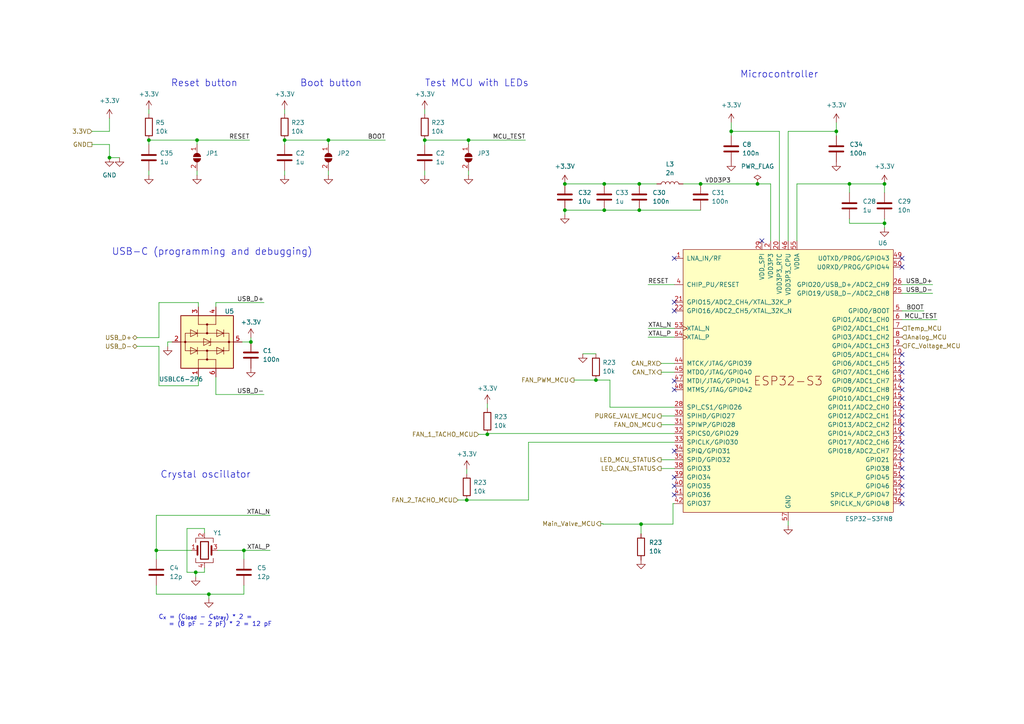
<source format=kicad_sch>
(kicad_sch (version 20230121) (generator eeschema)

  (uuid 6e2ecb38-bbec-4efc-bc2e-8e5e330f55bf)

  (paper "A4")

  (title_block
    (title "Fuel Cell Control Unit  (FCCU)")
    (date "2024-01-24")
    (company "Hydrogreen Pollub")
  )

  (lib_symbols
    (symbol "Device:C" (pin_numbers hide) (pin_names (offset 0.254)) (in_bom yes) (on_board yes)
      (property "Reference" "C" (at 0.635 2.54 0)
        (effects (font (size 1.27 1.27)) (justify left))
      )
      (property "Value" "C" (at 0.635 -2.54 0)
        (effects (font (size 1.27 1.27)) (justify left))
      )
      (property "Footprint" "" (at 0.9652 -3.81 0)
        (effects (font (size 1.27 1.27)) hide)
      )
      (property "Datasheet" "~" (at 0 0 0)
        (effects (font (size 1.27 1.27)) hide)
      )
      (property "ki_keywords" "cap capacitor" (at 0 0 0)
        (effects (font (size 1.27 1.27)) hide)
      )
      (property "ki_description" "Unpolarized capacitor" (at 0 0 0)
        (effects (font (size 1.27 1.27)) hide)
      )
      (property "ki_fp_filters" "C_*" (at 0 0 0)
        (effects (font (size 1.27 1.27)) hide)
      )
      (symbol "C_0_1"
        (polyline
          (pts
            (xy -2.032 -0.762)
            (xy 2.032 -0.762)
          )
          (stroke (width 0.508) (type default))
          (fill (type none))
        )
        (polyline
          (pts
            (xy -2.032 0.762)
            (xy 2.032 0.762)
          )
          (stroke (width 0.508) (type default))
          (fill (type none))
        )
      )
      (symbol "C_1_1"
        (pin passive line (at 0 3.81 270) (length 2.794)
          (name "~" (effects (font (size 1.27 1.27))))
          (number "1" (effects (font (size 1.27 1.27))))
        )
        (pin passive line (at 0 -3.81 90) (length 2.794)
          (name "~" (effects (font (size 1.27 1.27))))
          (number "2" (effects (font (size 1.27 1.27))))
        )
      )
    )
    (symbol "Device:Crystal_GND24" (pin_names (offset 1.016) hide) (in_bom yes) (on_board yes)
      (property "Reference" "Y" (at 3.175 5.08 0)
        (effects (font (size 1.27 1.27)) (justify left))
      )
      (property "Value" "Crystal_GND24" (at 3.175 3.175 0)
        (effects (font (size 1.27 1.27)) (justify left))
      )
      (property "Footprint" "" (at 0 0 0)
        (effects (font (size 1.27 1.27)) hide)
      )
      (property "Datasheet" "~" (at 0 0 0)
        (effects (font (size 1.27 1.27)) hide)
      )
      (property "ki_keywords" "quartz ceramic resonator oscillator" (at 0 0 0)
        (effects (font (size 1.27 1.27)) hide)
      )
      (property "ki_description" "Four pin crystal, GND on pins 2 and 4" (at 0 0 0)
        (effects (font (size 1.27 1.27)) hide)
      )
      (property "ki_fp_filters" "Crystal*" (at 0 0 0)
        (effects (font (size 1.27 1.27)) hide)
      )
      (symbol "Crystal_GND24_0_1"
        (rectangle (start -1.143 2.54) (end 1.143 -2.54)
          (stroke (width 0.3048) (type default))
          (fill (type none))
        )
        (polyline
          (pts
            (xy -2.54 0)
            (xy -2.032 0)
          )
          (stroke (width 0) (type default))
          (fill (type none))
        )
        (polyline
          (pts
            (xy -2.032 -1.27)
            (xy -2.032 1.27)
          )
          (stroke (width 0.508) (type default))
          (fill (type none))
        )
        (polyline
          (pts
            (xy 0 -3.81)
            (xy 0 -3.556)
          )
          (stroke (width 0) (type default))
          (fill (type none))
        )
        (polyline
          (pts
            (xy 0 3.556)
            (xy 0 3.81)
          )
          (stroke (width 0) (type default))
          (fill (type none))
        )
        (polyline
          (pts
            (xy 2.032 -1.27)
            (xy 2.032 1.27)
          )
          (stroke (width 0.508) (type default))
          (fill (type none))
        )
        (polyline
          (pts
            (xy 2.032 0)
            (xy 2.54 0)
          )
          (stroke (width 0) (type default))
          (fill (type none))
        )
        (polyline
          (pts
            (xy -2.54 -2.286)
            (xy -2.54 -3.556)
            (xy 2.54 -3.556)
            (xy 2.54 -2.286)
          )
          (stroke (width 0) (type default))
          (fill (type none))
        )
        (polyline
          (pts
            (xy -2.54 2.286)
            (xy -2.54 3.556)
            (xy 2.54 3.556)
            (xy 2.54 2.286)
          )
          (stroke (width 0) (type default))
          (fill (type none))
        )
      )
      (symbol "Crystal_GND24_1_1"
        (pin passive line (at -3.81 0 0) (length 1.27)
          (name "1" (effects (font (size 1.27 1.27))))
          (number "1" (effects (font (size 1.27 1.27))))
        )
        (pin passive line (at 0 5.08 270) (length 1.27)
          (name "2" (effects (font (size 1.27 1.27))))
          (number "2" (effects (font (size 1.27 1.27))))
        )
        (pin passive line (at 3.81 0 180) (length 1.27)
          (name "3" (effects (font (size 1.27 1.27))))
          (number "3" (effects (font (size 1.27 1.27))))
        )
        (pin passive line (at 0 -5.08 90) (length 1.27)
          (name "4" (effects (font (size 1.27 1.27))))
          (number "4" (effects (font (size 1.27 1.27))))
        )
      )
    )
    (symbol "Device:L" (pin_numbers hide) (pin_names (offset 1.016) hide) (in_bom yes) (on_board yes)
      (property "Reference" "L" (at -1.27 0 90)
        (effects (font (size 1.27 1.27)))
      )
      (property "Value" "L" (at 1.905 0 90)
        (effects (font (size 1.27 1.27)))
      )
      (property "Footprint" "" (at 0 0 0)
        (effects (font (size 1.27 1.27)) hide)
      )
      (property "Datasheet" "~" (at 0 0 0)
        (effects (font (size 1.27 1.27)) hide)
      )
      (property "ki_keywords" "inductor choke coil reactor magnetic" (at 0 0 0)
        (effects (font (size 1.27 1.27)) hide)
      )
      (property "ki_description" "Inductor" (at 0 0 0)
        (effects (font (size 1.27 1.27)) hide)
      )
      (property "ki_fp_filters" "Choke_* *Coil* Inductor_* L_*" (at 0 0 0)
        (effects (font (size 1.27 1.27)) hide)
      )
      (symbol "L_0_1"
        (arc (start 0 -2.54) (mid 0.6323 -1.905) (end 0 -1.27)
          (stroke (width 0) (type default))
          (fill (type none))
        )
        (arc (start 0 -1.27) (mid 0.6323 -0.635) (end 0 0)
          (stroke (width 0) (type default))
          (fill (type none))
        )
        (arc (start 0 0) (mid 0.6323 0.635) (end 0 1.27)
          (stroke (width 0) (type default))
          (fill (type none))
        )
        (arc (start 0 1.27) (mid 0.6323 1.905) (end 0 2.54)
          (stroke (width 0) (type default))
          (fill (type none))
        )
      )
      (symbol "L_1_1"
        (pin passive line (at 0 3.81 270) (length 1.27)
          (name "1" (effects (font (size 1.27 1.27))))
          (number "1" (effects (font (size 1.27 1.27))))
        )
        (pin passive line (at 0 -3.81 90) (length 1.27)
          (name "2" (effects (font (size 1.27 1.27))))
          (number "2" (effects (font (size 1.27 1.27))))
        )
      )
    )
    (symbol "Device:R" (pin_numbers hide) (pin_names (offset 0)) (in_bom yes) (on_board yes)
      (property "Reference" "R" (at 2.032 0 90)
        (effects (font (size 1.27 1.27)))
      )
      (property "Value" "R" (at 0 0 90)
        (effects (font (size 1.27 1.27)))
      )
      (property "Footprint" "" (at -1.778 0 90)
        (effects (font (size 1.27 1.27)) hide)
      )
      (property "Datasheet" "~" (at 0 0 0)
        (effects (font (size 1.27 1.27)) hide)
      )
      (property "ki_keywords" "R res resistor" (at 0 0 0)
        (effects (font (size 1.27 1.27)) hide)
      )
      (property "ki_description" "Resistor" (at 0 0 0)
        (effects (font (size 1.27 1.27)) hide)
      )
      (property "ki_fp_filters" "R_*" (at 0 0 0)
        (effects (font (size 1.27 1.27)) hide)
      )
      (symbol "R_0_1"
        (rectangle (start -1.016 -2.54) (end 1.016 2.54)
          (stroke (width 0.254) (type default))
          (fill (type none))
        )
      )
      (symbol "R_1_1"
        (pin passive line (at 0 3.81 270) (length 1.27)
          (name "~" (effects (font (size 1.27 1.27))))
          (number "1" (effects (font (size 1.27 1.27))))
        )
        (pin passive line (at 0 -3.81 90) (length 1.27)
          (name "~" (effects (font (size 1.27 1.27))))
          (number "2" (effects (font (size 1.27 1.27))))
        )
      )
    )
    (symbol "Jumper:SolderJumper_2_Open" (pin_names (offset 0) hide) (in_bom yes) (on_board yes)
      (property "Reference" "JP" (at 0 2.032 0)
        (effects (font (size 1.27 1.27)))
      )
      (property "Value" "SolderJumper_2_Open" (at 0 -2.54 0)
        (effects (font (size 1.27 1.27)))
      )
      (property "Footprint" "" (at 0 0 0)
        (effects (font (size 1.27 1.27)) hide)
      )
      (property "Datasheet" "~" (at 0 0 0)
        (effects (font (size 1.27 1.27)) hide)
      )
      (property "ki_keywords" "solder jumper SPST" (at 0 0 0)
        (effects (font (size 1.27 1.27)) hide)
      )
      (property "ki_description" "Solder Jumper, 2-pole, open" (at 0 0 0)
        (effects (font (size 1.27 1.27)) hide)
      )
      (property "ki_fp_filters" "SolderJumper*Open*" (at 0 0 0)
        (effects (font (size 1.27 1.27)) hide)
      )
      (symbol "SolderJumper_2_Open_0_1"
        (arc (start -0.254 1.016) (mid -1.2656 0) (end -0.254 -1.016)
          (stroke (width 0) (type default))
          (fill (type none))
        )
        (arc (start -0.254 1.016) (mid -1.2656 0) (end -0.254 -1.016)
          (stroke (width 0) (type default))
          (fill (type outline))
        )
        (polyline
          (pts
            (xy -0.254 1.016)
            (xy -0.254 -1.016)
          )
          (stroke (width 0) (type default))
          (fill (type none))
        )
        (polyline
          (pts
            (xy 0.254 1.016)
            (xy 0.254 -1.016)
          )
          (stroke (width 0) (type default))
          (fill (type none))
        )
        (arc (start 0.254 -1.016) (mid 1.2656 0) (end 0.254 1.016)
          (stroke (width 0) (type default))
          (fill (type none))
        )
        (arc (start 0.254 -1.016) (mid 1.2656 0) (end 0.254 1.016)
          (stroke (width 0) (type default))
          (fill (type outline))
        )
      )
      (symbol "SolderJumper_2_Open_1_1"
        (pin passive line (at -3.81 0 0) (length 2.54)
          (name "A" (effects (font (size 1.27 1.27))))
          (number "1" (effects (font (size 1.27 1.27))))
        )
        (pin passive line (at 3.81 0 180) (length 2.54)
          (name "B" (effects (font (size 1.27 1.27))))
          (number "2" (effects (font (size 1.27 1.27))))
        )
      )
    )
    (symbol "PCM_Espressif:ESP32-S3" (pin_names (offset 1.016)) (in_bom yes) (on_board yes)
      (property "Reference" "U" (at -30.48 43.18 0)
        (effects (font (size 1.27 1.27)) (justify left))
      )
      (property "Value" "ESP32-S3" (at -30.48 40.64 0)
        (effects (font (size 1.27 1.27)) (justify left))
      )
      (property "Footprint" "Package_DFN_QFN:QFN-56-1EP_7x7mm_P0.4mm_EP5.6x5.6mm" (at 0 -48.26 0)
        (effects (font (size 1.27 1.27)) hide)
      )
      (property "Datasheet" "https://www.espressif.com/sites/default/files/documentation/esp32-s3_datasheet_en.pdf" (at 0 -50.8 0)
        (effects (font (size 1.27 1.27)) hide)
      )
      (property "ki_description" "ESP32-S3 is a low-power MCU-based system-on-chip (SoC) that supports 2.4 GHz Wi-Fi and Bluetooth® Low Energy (Bluetooth LE). It consists of high-performance dual-core microprocessor (Xtensa® 32-bit LX7), a low power coprocessor, a Wi-Fi baseband, a Bluetooth LE baseband, RF module, and peripherals." (at 0 0 0)
        (effects (font (size 1.27 1.27)) hide)
      )
      (symbol "ESP32-S3_0_0"
        (text "ESP32-S3" (at 0 0 0)
          (effects (font (size 2.54 2.54)))
        )
        (pin bidirectional line (at 33.02 -35.56 180) (length 2.54)
          (name "SPICLK_N/GPIO48" (effects (font (size 1.27 1.27))))
          (number "36" (effects (font (size 1.27 1.27))))
        )
        (pin bidirectional line (at 33.02 -33.02 180) (length 2.54)
          (name "SPICLK_P/GPIO47" (effects (font (size 1.27 1.27))))
          (number "37" (effects (font (size 1.27 1.27))))
        )
      )
      (symbol "ESP32-S3_0_1"
        (rectangle (start -30.48 38.1) (end 30.48 -38.1)
          (stroke (width 0) (type default))
          (fill (type background))
        )
      )
      (symbol "ESP32-S3_1_1"
        (pin bidirectional line (at -33.02 35.56 0) (length 2.54)
          (name "LNA_IN/RF" (effects (font (size 1.27 1.27))))
          (number "1" (effects (font (size 1.27 1.27))))
        )
        (pin bidirectional line (at 33.02 7.62 180) (length 2.54)
          (name "GPIO5/ADC1_CH4" (effects (font (size 1.27 1.27))))
          (number "10" (effects (font (size 1.27 1.27))))
        )
        (pin bidirectional line (at 33.02 5.08 180) (length 2.54)
          (name "GPIO6/ADC1_CH5" (effects (font (size 1.27 1.27))))
          (number "11" (effects (font (size 1.27 1.27))))
        )
        (pin bidirectional line (at 33.02 2.54 180) (length 2.54)
          (name "GPIO7/ADC1_CH6" (effects (font (size 1.27 1.27))))
          (number "12" (effects (font (size 1.27 1.27))))
        )
        (pin bidirectional line (at 33.02 0 180) (length 2.54)
          (name "GPIO8/ADC1_CH7" (effects (font (size 1.27 1.27))))
          (number "13" (effects (font (size 1.27 1.27))))
        )
        (pin bidirectional line (at 33.02 -2.54 180) (length 2.54)
          (name "GPIO9/ADC1_CH8" (effects (font (size 1.27 1.27))))
          (number "14" (effects (font (size 1.27 1.27))))
        )
        (pin bidirectional line (at 33.02 -5.08 180) (length 2.54)
          (name "GPIO10/ADC1_CH9" (effects (font (size 1.27 1.27))))
          (number "15" (effects (font (size 1.27 1.27))))
        )
        (pin bidirectional line (at 33.02 -7.62 180) (length 2.54)
          (name "GPIO11/ADC2_CH0" (effects (font (size 1.27 1.27))))
          (number "16" (effects (font (size 1.27 1.27))))
        )
        (pin bidirectional line (at 33.02 -10.16 180) (length 2.54)
          (name "GPIO12/ADC2_CH1" (effects (font (size 1.27 1.27))))
          (number "17" (effects (font (size 1.27 1.27))))
        )
        (pin bidirectional line (at 33.02 -12.7 180) (length 2.54)
          (name "GPIO13/ADC2_CH2" (effects (font (size 1.27 1.27))))
          (number "18" (effects (font (size 1.27 1.27))))
        )
        (pin bidirectional line (at 33.02 -15.24 180) (length 2.54)
          (name "GPIO14/ADC2_CH3" (effects (font (size 1.27 1.27))))
          (number "19" (effects (font (size 1.27 1.27))))
        )
        (pin power_in line (at -5.08 40.64 270) (length 2.54)
          (name "VDD3P3" (effects (font (size 1.27 1.27))))
          (number "2" (effects (font (size 1.27 1.27))))
        )
        (pin power_in line (at -2.54 40.64 270) (length 2.54)
          (name "VDD3P3_RTC" (effects (font (size 1.27 1.27))))
          (number "20" (effects (font (size 1.27 1.27))))
        )
        (pin bidirectional line (at -33.02 22.86 0) (length 2.54)
          (name "GPIO15/ADC2_CH4/XTAL_32K_P" (effects (font (size 1.27 1.27))))
          (number "21" (effects (font (size 1.27 1.27))))
        )
        (pin bidirectional line (at -33.02 20.32 0) (length 2.54)
          (name "GPIO16/ADC2_CH5/XTAL_32K_N" (effects (font (size 1.27 1.27))))
          (number "22" (effects (font (size 1.27 1.27))))
        )
        (pin bidirectional line (at 33.02 -17.78 180) (length 2.54)
          (name "GPIO17/ADC2_CH6" (effects (font (size 1.27 1.27))))
          (number "23" (effects (font (size 1.27 1.27))))
        )
        (pin bidirectional line (at 33.02 -20.32 180) (length 2.54)
          (name "GPIO18/ADC2_CH7" (effects (font (size 1.27 1.27))))
          (number "24" (effects (font (size 1.27 1.27))))
        )
        (pin bidirectional line (at 33.02 25.4 180) (length 2.54)
          (name "GPIO19/USB_D-/ADC2_CH8" (effects (font (size 1.27 1.27))))
          (number "25" (effects (font (size 1.27 1.27))))
        )
        (pin bidirectional line (at 33.02 27.94 180) (length 2.54)
          (name "GPIO20/USB_D+/ADC2_CH9" (effects (font (size 1.27 1.27))))
          (number "26" (effects (font (size 1.27 1.27))))
        )
        (pin bidirectional line (at 33.02 -22.86 180) (length 2.54)
          (name "GPIO21" (effects (font (size 1.27 1.27))))
          (number "27" (effects (font (size 1.27 1.27))))
        )
        (pin bidirectional line (at -33.02 -7.62 0) (length 2.54)
          (name "SPI_CS1/GPIO26" (effects (font (size 1.27 1.27))))
          (number "28" (effects (font (size 1.27 1.27))))
        )
        (pin power_out line (at -7.62 40.64 270) (length 2.54)
          (name "VDD_SPI" (effects (font (size 1.27 1.27))))
          (number "29" (effects (font (size 1.27 1.27))))
        )
        (pin power_in line (at -5.08 40.64 270) (length 2.54) hide
          (name "VDD3P3" (effects (font (size 1.27 1.27))))
          (number "3" (effects (font (size 1.27 1.27))))
        )
        (pin bidirectional line (at -33.02 -10.16 0) (length 2.54)
          (name "SPIHD/GPIO27" (effects (font (size 1.27 1.27))))
          (number "30" (effects (font (size 1.27 1.27))))
        )
        (pin bidirectional line (at -33.02 -12.7 0) (length 2.54)
          (name "SPIWP/GPIO28" (effects (font (size 1.27 1.27))))
          (number "31" (effects (font (size 1.27 1.27))))
        )
        (pin bidirectional line (at -33.02 -15.24 0) (length 2.54)
          (name "SPICS0/GPIO29" (effects (font (size 1.27 1.27))))
          (number "32" (effects (font (size 1.27 1.27))))
        )
        (pin bidirectional line (at -33.02 -17.78 0) (length 2.54)
          (name "SPICLK/GPIO30" (effects (font (size 1.27 1.27))))
          (number "33" (effects (font (size 1.27 1.27))))
        )
        (pin bidirectional line (at -33.02 -20.32 0) (length 2.54)
          (name "SPIQ/GPIO31" (effects (font (size 1.27 1.27))))
          (number "34" (effects (font (size 1.27 1.27))))
        )
        (pin bidirectional line (at -33.02 -22.86 0) (length 2.54)
          (name "SPID/GPIO32" (effects (font (size 1.27 1.27))))
          (number "35" (effects (font (size 1.27 1.27))))
        )
        (pin bidirectional line (at -33.02 -25.4 0) (length 2.54)
          (name "GPIO33" (effects (font (size 1.27 1.27))))
          (number "38" (effects (font (size 1.27 1.27))))
        )
        (pin bidirectional line (at -33.02 -27.94 0) (length 2.54)
          (name "GPIO34" (effects (font (size 1.27 1.27))))
          (number "39" (effects (font (size 1.27 1.27))))
        )
        (pin input line (at -33.02 27.94 0) (length 2.54)
          (name "CHIP_PU/RESET" (effects (font (size 1.27 1.27))))
          (number "4" (effects (font (size 1.27 1.27))))
        )
        (pin bidirectional line (at -33.02 -30.48 0) (length 2.54)
          (name "GPIO35" (effects (font (size 1.27 1.27))))
          (number "40" (effects (font (size 1.27 1.27))))
        )
        (pin bidirectional line (at -33.02 -33.02 0) (length 2.54)
          (name "GPIO36" (effects (font (size 1.27 1.27))))
          (number "41" (effects (font (size 1.27 1.27))))
        )
        (pin bidirectional line (at -33.02 -35.56 0) (length 2.54)
          (name "GPIO37" (effects (font (size 1.27 1.27))))
          (number "42" (effects (font (size 1.27 1.27))))
        )
        (pin bidirectional line (at 33.02 -25.4 180) (length 2.54)
          (name "GPIO38" (effects (font (size 1.27 1.27))))
          (number "43" (effects (font (size 1.27 1.27))))
        )
        (pin bidirectional line (at -33.02 5.08 0) (length 2.54)
          (name "MTCK/JTAG/GPIO39" (effects (font (size 1.27 1.27))))
          (number "44" (effects (font (size 1.27 1.27))))
        )
        (pin bidirectional line (at -33.02 2.54 0) (length 2.54)
          (name "MTDO/JTAG/GPIO40" (effects (font (size 1.27 1.27))))
          (number "45" (effects (font (size 1.27 1.27))))
        )
        (pin power_in line (at 0 40.64 270) (length 2.54)
          (name "VDD3P3_CPU" (effects (font (size 1.27 1.27))))
          (number "46" (effects (font (size 1.27 1.27))))
        )
        (pin bidirectional line (at -33.02 0 0) (length 2.54)
          (name "MTDI/JTAG/GPIO41" (effects (font (size 1.27 1.27))))
          (number "47" (effects (font (size 1.27 1.27))))
        )
        (pin bidirectional line (at -33.02 -2.54 0) (length 2.54)
          (name "MTMS/JTAG/GPIO42" (effects (font (size 1.27 1.27))))
          (number "48" (effects (font (size 1.27 1.27))))
        )
        (pin bidirectional line (at 33.02 35.56 180) (length 2.54)
          (name "U0TXD/PROG/GPIO43" (effects (font (size 1.27 1.27))))
          (number "49" (effects (font (size 1.27 1.27))))
        )
        (pin bidirectional line (at 33.02 20.32 180) (length 2.54)
          (name "GPIO0/BOOT" (effects (font (size 1.27 1.27))))
          (number "5" (effects (font (size 1.27 1.27))))
        )
        (pin bidirectional line (at 33.02 33.02 180) (length 2.54)
          (name "U0RXD/PROG/GPIO44" (effects (font (size 1.27 1.27))))
          (number "50" (effects (font (size 1.27 1.27))))
        )
        (pin bidirectional line (at 33.02 -27.94 180) (length 2.54)
          (name "GPIO45" (effects (font (size 1.27 1.27))))
          (number "51" (effects (font (size 1.27 1.27))))
        )
        (pin bidirectional line (at 33.02 -30.48 180) (length 2.54)
          (name "GPIO46" (effects (font (size 1.27 1.27))))
          (number "52" (effects (font (size 1.27 1.27))))
        )
        (pin input clock (at -33.02 15.24 0) (length 2.54)
          (name "XTAL_N" (effects (font (size 1.27 1.27))))
          (number "53" (effects (font (size 1.27 1.27))))
        )
        (pin output clock (at -33.02 12.7 0) (length 2.54)
          (name "XTAL_P" (effects (font (size 1.27 1.27))))
          (number "54" (effects (font (size 1.27 1.27))))
        )
        (pin power_in line (at 2.54 40.64 270) (length 2.54)
          (name "VDDA" (effects (font (size 1.27 1.27))))
          (number "55" (effects (font (size 1.27 1.27))))
        )
        (pin passive line (at 2.54 40.64 270) (length 2.54) hide
          (name "VDDA" (effects (font (size 1.27 1.27))))
          (number "56" (effects (font (size 1.27 1.27))))
        )
        (pin power_in line (at 0 -40.64 90) (length 2.54)
          (name "GND" (effects (font (size 1.27 1.27))))
          (number "57" (effects (font (size 1.27 1.27))))
        )
        (pin bidirectional line (at 33.02 17.78 180) (length 2.54)
          (name "GPIO1/ADC1_CH0" (effects (font (size 1.27 1.27))))
          (number "6" (effects (font (size 1.27 1.27))))
        )
        (pin bidirectional line (at 33.02 15.24 180) (length 2.54)
          (name "GPIO2/ADC1_CH1" (effects (font (size 1.27 1.27))))
          (number "7" (effects (font (size 1.27 1.27))))
        )
        (pin bidirectional line (at 33.02 12.7 180) (length 2.54)
          (name "GPIO3/ADC1_CH2" (effects (font (size 1.27 1.27))))
          (number "8" (effects (font (size 1.27 1.27))))
        )
        (pin bidirectional line (at 33.02 10.16 180) (length 2.54)
          (name "GPIO4/ADC1_CH3" (effects (font (size 1.27 1.27))))
          (number "9" (effects (font (size 1.27 1.27))))
        )
      )
    )
    (symbol "Power_Protection:USBLC6-2P6" (pin_names hide) (in_bom yes) (on_board yes)
      (property "Reference" "U" (at 2.54 8.89 0)
        (effects (font (size 1.27 1.27)) (justify left))
      )
      (property "Value" "USBLC6-2P6" (at 2.54 -8.89 0)
        (effects (font (size 1.27 1.27)) (justify left))
      )
      (property "Footprint" "Package_TO_SOT_SMD:SOT-666" (at 0 -12.7 0)
        (effects (font (size 1.27 1.27)) hide)
      )
      (property "Datasheet" "https://www.st.com/resource/en/datasheet/usblc6-2.pdf" (at 5.08 8.89 0)
        (effects (font (size 1.27 1.27)) hide)
      )
      (property "ki_keywords" "usb ethernet video" (at 0 0 0)
        (effects (font (size 1.27 1.27)) hide)
      )
      (property "ki_description" "Very low capacitance ESD protection diode, 2 data-line, SOT-666" (at 0 0 0)
        (effects (font (size 1.27 1.27)) hide)
      )
      (property "ki_fp_filters" "SOT?666*" (at 0 0 0)
        (effects (font (size 1.27 1.27)) hide)
      )
      (symbol "USBLC6-2P6_0_1"
        (rectangle (start -7.62 -7.62) (end 7.62 7.62)
          (stroke (width 0.254) (type default))
          (fill (type background))
        )
        (circle (center -5.08 0) (radius 0.254)
          (stroke (width 0) (type default))
          (fill (type outline))
        )
        (circle (center -2.54 0) (radius 0.254)
          (stroke (width 0) (type default))
          (fill (type outline))
        )
        (rectangle (start -2.54 6.35) (end 2.54 -6.35)
          (stroke (width 0) (type default))
          (fill (type none))
        )
        (circle (center 0 -6.35) (radius 0.254)
          (stroke (width 0) (type default))
          (fill (type outline))
        )
        (polyline
          (pts
            (xy -5.08 -2.54)
            (xy -7.62 -2.54)
          )
          (stroke (width 0) (type default))
          (fill (type none))
        )
        (polyline
          (pts
            (xy -5.08 0)
            (xy -5.08 -2.54)
          )
          (stroke (width 0) (type default))
          (fill (type none))
        )
        (polyline
          (pts
            (xy -5.08 2.54)
            (xy -7.62 2.54)
          )
          (stroke (width 0) (type default))
          (fill (type none))
        )
        (polyline
          (pts
            (xy -1.524 -2.794)
            (xy -3.556 -2.794)
          )
          (stroke (width 0) (type default))
          (fill (type none))
        )
        (polyline
          (pts
            (xy -1.524 4.826)
            (xy -3.556 4.826)
          )
          (stroke (width 0) (type default))
          (fill (type none))
        )
        (polyline
          (pts
            (xy 0 -7.62)
            (xy 0 -6.35)
          )
          (stroke (width 0) (type default))
          (fill (type none))
        )
        (polyline
          (pts
            (xy 0 -6.35)
            (xy 0 1.27)
          )
          (stroke (width 0) (type default))
          (fill (type none))
        )
        (polyline
          (pts
            (xy 0 1.27)
            (xy 0 6.35)
          )
          (stroke (width 0) (type default))
          (fill (type none))
        )
        (polyline
          (pts
            (xy 0 6.35)
            (xy 0 7.62)
          )
          (stroke (width 0) (type default))
          (fill (type none))
        )
        (polyline
          (pts
            (xy 1.524 -2.794)
            (xy 3.556 -2.794)
          )
          (stroke (width 0) (type default))
          (fill (type none))
        )
        (polyline
          (pts
            (xy 1.524 4.826)
            (xy 3.556 4.826)
          )
          (stroke (width 0) (type default))
          (fill (type none))
        )
        (polyline
          (pts
            (xy 5.08 -2.54)
            (xy 7.62 -2.54)
          )
          (stroke (width 0) (type default))
          (fill (type none))
        )
        (polyline
          (pts
            (xy 5.08 0)
            (xy 5.08 -2.54)
          )
          (stroke (width 0) (type default))
          (fill (type none))
        )
        (polyline
          (pts
            (xy 5.08 2.54)
            (xy 7.62 2.54)
          )
          (stroke (width 0) (type default))
          (fill (type none))
        )
        (polyline
          (pts
            (xy -2.54 0)
            (xy -5.08 0)
            (xy -5.08 2.54)
          )
          (stroke (width 0) (type default))
          (fill (type none))
        )
        (polyline
          (pts
            (xy 2.54 0)
            (xy 5.08 0)
            (xy 5.08 2.54)
          )
          (stroke (width 0) (type default))
          (fill (type none))
        )
        (polyline
          (pts
            (xy -3.556 -4.826)
            (xy -1.524 -4.826)
            (xy -2.54 -2.794)
            (xy -3.556 -4.826)
          )
          (stroke (width 0) (type default))
          (fill (type none))
        )
        (polyline
          (pts
            (xy -3.556 2.794)
            (xy -1.524 2.794)
            (xy -2.54 4.826)
            (xy -3.556 2.794)
          )
          (stroke (width 0) (type default))
          (fill (type none))
        )
        (polyline
          (pts
            (xy -1.016 -1.016)
            (xy 1.016 -1.016)
            (xy 0 1.016)
            (xy -1.016 -1.016)
          )
          (stroke (width 0) (type default))
          (fill (type none))
        )
        (polyline
          (pts
            (xy 1.016 1.016)
            (xy 0.762 1.016)
            (xy -1.016 1.016)
            (xy -1.016 0.508)
          )
          (stroke (width 0) (type default))
          (fill (type none))
        )
        (polyline
          (pts
            (xy 3.556 -4.826)
            (xy 1.524 -4.826)
            (xy 2.54 -2.794)
            (xy 3.556 -4.826)
          )
          (stroke (width 0) (type default))
          (fill (type none))
        )
        (polyline
          (pts
            (xy 3.556 2.794)
            (xy 1.524 2.794)
            (xy 2.54 4.826)
            (xy 3.556 2.794)
          )
          (stroke (width 0) (type default))
          (fill (type none))
        )
        (circle (center 0 6.35) (radius 0.254)
          (stroke (width 0) (type default))
          (fill (type outline))
        )
        (circle (center 2.54 0) (radius 0.254)
          (stroke (width 0) (type default))
          (fill (type outline))
        )
        (circle (center 5.08 0) (radius 0.254)
          (stroke (width 0) (type default))
          (fill (type outline))
        )
      )
      (symbol "USBLC6-2P6_1_1"
        (pin passive line (at -10.16 -2.54 0) (length 2.54)
          (name "I/O1" (effects (font (size 1.27 1.27))))
          (number "1" (effects (font (size 1.27 1.27))))
        )
        (pin passive line (at 0 -10.16 90) (length 2.54)
          (name "GND" (effects (font (size 1.27 1.27))))
          (number "2" (effects (font (size 1.27 1.27))))
        )
        (pin passive line (at 10.16 -2.54 180) (length 2.54)
          (name "I/O2" (effects (font (size 1.27 1.27))))
          (number "3" (effects (font (size 1.27 1.27))))
        )
        (pin passive line (at 10.16 2.54 180) (length 2.54)
          (name "I/O2" (effects (font (size 1.27 1.27))))
          (number "4" (effects (font (size 1.27 1.27))))
        )
        (pin passive line (at 0 10.16 270) (length 2.54)
          (name "VBUS" (effects (font (size 1.27 1.27))))
          (number "5" (effects (font (size 1.27 1.27))))
        )
        (pin passive line (at -10.16 2.54 0) (length 2.54)
          (name "I/O1" (effects (font (size 1.27 1.27))))
          (number "6" (effects (font (size 1.27 1.27))))
        )
      )
    )
    (symbol "power:+3.3V" (power) (pin_names (offset 0)) (in_bom yes) (on_board yes)
      (property "Reference" "#PWR" (at 0 -3.81 0)
        (effects (font (size 1.27 1.27)) hide)
      )
      (property "Value" "+3.3V" (at 0 3.556 0)
        (effects (font (size 1.27 1.27)))
      )
      (property "Footprint" "" (at 0 0 0)
        (effects (font (size 1.27 1.27)) hide)
      )
      (property "Datasheet" "" (at 0 0 0)
        (effects (font (size 1.27 1.27)) hide)
      )
      (property "ki_keywords" "global power" (at 0 0 0)
        (effects (font (size 1.27 1.27)) hide)
      )
      (property "ki_description" "Power symbol creates a global label with name \"+3.3V\"" (at 0 0 0)
        (effects (font (size 1.27 1.27)) hide)
      )
      (symbol "+3.3V_0_1"
        (polyline
          (pts
            (xy -0.762 1.27)
            (xy 0 2.54)
          )
          (stroke (width 0) (type default))
          (fill (type none))
        )
        (polyline
          (pts
            (xy 0 0)
            (xy 0 2.54)
          )
          (stroke (width 0) (type default))
          (fill (type none))
        )
        (polyline
          (pts
            (xy 0 2.54)
            (xy 0.762 1.27)
          )
          (stroke (width 0) (type default))
          (fill (type none))
        )
      )
      (symbol "+3.3V_1_1"
        (pin power_in line (at 0 0 90) (length 0) hide
          (name "+3.3V" (effects (font (size 1.27 1.27))))
          (number "1" (effects (font (size 1.27 1.27))))
        )
      )
    )
    (symbol "power:GND" (power) (pin_names (offset 0)) (in_bom yes) (on_board yes)
      (property "Reference" "#PWR" (at 0 -6.35 0)
        (effects (font (size 1.27 1.27)) hide)
      )
      (property "Value" "GND" (at 0 -3.81 0)
        (effects (font (size 1.27 1.27)))
      )
      (property "Footprint" "" (at 0 0 0)
        (effects (font (size 1.27 1.27)) hide)
      )
      (property "Datasheet" "" (at 0 0 0)
        (effects (font (size 1.27 1.27)) hide)
      )
      (property "ki_keywords" "global power" (at 0 0 0)
        (effects (font (size 1.27 1.27)) hide)
      )
      (property "ki_description" "Power symbol creates a global label with name \"GND\" , ground" (at 0 0 0)
        (effects (font (size 1.27 1.27)) hide)
      )
      (symbol "GND_0_1"
        (polyline
          (pts
            (xy 0 0)
            (xy 0 -1.27)
            (xy 1.27 -1.27)
            (xy 0 -2.54)
            (xy -1.27 -1.27)
            (xy 0 -1.27)
          )
          (stroke (width 0) (type default))
          (fill (type none))
        )
      )
      (symbol "GND_1_1"
        (pin power_in line (at 0 0 270) (length 0) hide
          (name "GND" (effects (font (size 1.27 1.27))))
          (number "1" (effects (font (size 1.27 1.27))))
        )
      )
    )
    (symbol "power:PWR_FLAG" (power) (pin_numbers hide) (pin_names (offset 0) hide) (in_bom yes) (on_board yes)
      (property "Reference" "#FLG" (at 0 1.905 0)
        (effects (font (size 1.27 1.27)) hide)
      )
      (property "Value" "PWR_FLAG" (at 0 3.81 0)
        (effects (font (size 1.27 1.27)))
      )
      (property "Footprint" "" (at 0 0 0)
        (effects (font (size 1.27 1.27)) hide)
      )
      (property "Datasheet" "~" (at 0 0 0)
        (effects (font (size 1.27 1.27)) hide)
      )
      (property "ki_keywords" "flag power" (at 0 0 0)
        (effects (font (size 1.27 1.27)) hide)
      )
      (property "ki_description" "Special symbol for telling ERC where power comes from" (at 0 0 0)
        (effects (font (size 1.27 1.27)) hide)
      )
      (symbol "PWR_FLAG_0_0"
        (pin power_out line (at 0 0 90) (length 0)
          (name "pwr" (effects (font (size 1.27 1.27))))
          (number "1" (effects (font (size 1.27 1.27))))
        )
      )
      (symbol "PWR_FLAG_0_1"
        (polyline
          (pts
            (xy 0 0)
            (xy 0 1.27)
            (xy -1.016 1.905)
            (xy 0 2.54)
            (xy 1.016 1.905)
            (xy 0 1.27)
          )
          (stroke (width 0) (type default))
          (fill (type none))
        )
      )
    )
  )

  (junction (at 95.25 40.64) (diameter 0) (color 0 0 0 0)
    (uuid 030b7746-47ea-4ed7-b39d-8a0c567ec92a)
  )
  (junction (at 163.83 60.96) (diameter 0) (color 0 0 0 0)
    (uuid 03e68069-3273-421d-ab92-3580b43d8582)
  )
  (junction (at 135.89 40.64) (diameter 0) (color 0 0 0 0)
    (uuid 16510068-c700-4ffc-8662-6448ff47e903)
  )
  (junction (at 57.15 40.64) (diameter 0) (color 0 0 0 0)
    (uuid 1b91a314-7dcc-4bec-b9cc-e2f174019075)
  )
  (junction (at 219.71 53.34) (diameter 0) (color 0 0 0 0)
    (uuid 22e00b9a-2022-49fa-a390-1c3ac006633b)
  )
  (junction (at 212.09 38.1) (diameter 0) (color 0 0 0 0)
    (uuid 2b00cbc6-bee5-4e1c-a9c5-e252f1b60620)
  )
  (junction (at 175.26 53.34) (diameter 0) (color 0 0 0 0)
    (uuid 2c3f76e0-2c95-4cfc-9a9e-16609da387d1)
  )
  (junction (at 135.382 145.034) (diameter 0) (color 0 0 0 0)
    (uuid 3274fdf7-218f-4d1c-bb06-cea2153071b2)
  )
  (junction (at 163.83 53.34) (diameter 0) (color 0 0 0 0)
    (uuid 3d3b9477-2ed5-4a75-82ed-bdee0f430455)
  )
  (junction (at 242.57 38.1) (diameter 0) (color 0 0 0 0)
    (uuid 4b569c32-ed4f-4d4f-8b4c-5edc2642d173)
  )
  (junction (at 123.19 40.64) (diameter 0) (color 0 0 0 0)
    (uuid 4f01be41-9497-4e8a-9853-132e5bb5ef5c)
  )
  (junction (at 72.771 99.187) (diameter 0) (color 0 0 0 0)
    (uuid 5e66dd14-0751-4583-a865-e4662d7ed70d)
  )
  (junction (at 185.42 53.34) (diameter 0) (color 0 0 0 0)
    (uuid 6d4e5561-5846-4dec-b76e-7a67e0a381a0)
  )
  (junction (at 185.928 152.019) (diameter 0) (color 0 0 0 0)
    (uuid 72d850e7-f736-45f0-8643-1f423b212420)
  )
  (junction (at 141.351 125.984) (diameter 0) (color 0 0 0 0)
    (uuid 73f96e03-c8a7-4b2c-b377-22db955ca6c3)
  )
  (junction (at 31.75 45.72) (diameter 0) (color 0 0 0 0)
    (uuid 7620fce7-c978-4d66-8959-7d295b2078c0)
  )
  (junction (at 45.339 159.639) (diameter 0) (color 0 0 0 0)
    (uuid 7e23387e-95e6-4dad-a43c-ff1fa8dcbc5a)
  )
  (junction (at 203.2 53.34) (diameter 0) (color 0 0 0 0)
    (uuid 80fca75d-09f2-488e-9c1b-dc33474be724)
  )
  (junction (at 185.42 60.96) (diameter 0) (color 0 0 0 0)
    (uuid 871c6b61-0d22-40c1-bcac-ece9cad935b1)
  )
  (junction (at 256.54 53.34) (diameter 0) (color 0 0 0 0)
    (uuid 8a7cb6e1-c404-446a-bcde-1a3a1ef8a366)
  )
  (junction (at 43.18 40.64) (diameter 0) (color 0 0 0 0)
    (uuid 96373263-961c-41c5-b18d-70d680b69979)
  )
  (junction (at 70.739 159.639) (diameter 0) (color 0 0 0 0)
    (uuid baad4bd8-43ab-4744-b0f1-8099b68c864a)
  )
  (junction (at 60.579 172.339) (diameter 0) (color 0 0 0 0)
    (uuid d8af2dc6-c09e-45aa-843b-f0e6cf21f0db)
  )
  (junction (at 56.769 165.989) (diameter 0) (color 0 0 0 0)
    (uuid db6722d2-abe5-4fa7-bda6-f7db265a222e)
  )
  (junction (at 82.55 40.64) (diameter 0) (color 0 0 0 0)
    (uuid dc859a68-33c3-4a83-b600-6b0799a7f035)
  )
  (junction (at 256.54 64.77) (diameter 0) (color 0 0 0 0)
    (uuid f831bc9f-b18a-4b3d-a643-20ed035d45fa)
  )
  (junction (at 175.26 60.96) (diameter 0) (color 0 0 0 0)
    (uuid f9307168-3f2a-459e-9dda-b0cdd4ffb062)
  )
  (junction (at 246.38 53.34) (diameter 0) (color 0 0 0 0)
    (uuid facaef34-a4d5-4521-9392-e926595b1182)
  )
  (junction (at 172.847 110.236) (diameter 0) (color 0 0 0 0)
    (uuid fc86f09f-d888-4f6b-9fef-63bd849a5ce5)
  )

  (no_connect (at 261.62 77.47) (uuid 0426d8ef-b514-41d9-965c-051216f732db))
  (no_connect (at 220.98 69.85) (uuid 09077b2b-aa31-41bf-b26b-bf97ba0a28d5))
  (no_connect (at 261.62 125.73) (uuid 0aac7bcf-2443-47ed-be67-647702292352))
  (no_connect (at 195.58 90.17) (uuid 14c31228-6554-47e8-be8a-39f55d08067b))
  (no_connect (at 261.62 143.51) (uuid 23269a91-4e7d-4501-8fa6-a33fa9fa7dd4))
  (no_connect (at 261.62 130.81) (uuid 26e21e03-05ac-463b-84c0-50cfbb98d72b))
  (no_connect (at 195.58 74.93) (uuid 48be1952-e8fc-4ed8-8521-2a2a4bfa8064))
  (no_connect (at 261.62 102.87) (uuid 5411044e-dddf-4433-9039-cc8a12e0609b))
  (no_connect (at 195.58 138.43) (uuid 57f17cf7-5007-4a39-87de-c930953cfd36))
  (no_connect (at 261.62 118.11) (uuid 60ae1c50-b868-492c-89ab-c2118f95da30))
  (no_connect (at 261.62 107.95) (uuid 60e63e36-6477-4d61-86c5-26f9b6f7227b))
  (no_connect (at 261.62 113.03) (uuid 732a65cc-d1ff-4bc3-bcbb-8d7ea7556dc7))
  (no_connect (at 195.58 87.63) (uuid 7584f7e6-1cd6-4767-98c1-6d7e369e4a83))
  (no_connect (at 261.62 120.65) (uuid 79589c5c-899d-4513-ac5c-d833cf33ae79))
  (no_connect (at 261.62 140.97) (uuid 7bd2ba0e-106e-4e6f-90e3-fb8045adf4ff))
  (no_connect (at 195.58 130.81) (uuid 7d74a63e-2f06-4076-857f-d917c372596e))
  (no_connect (at 195.58 113.03) (uuid 7ef85aa0-76c8-4fd6-899c-2c0dc0fc92aa))
  (no_connect (at 195.58 140.97) (uuid 82747400-9b92-46ca-8c1d-e1466d72d0f9))
  (no_connect (at 261.62 74.93) (uuid 8a5fab87-0ac8-4694-87dc-7770c7826f58))
  (no_connect (at 261.62 128.27) (uuid 93f2e99d-49b3-452e-9393-f96d466b22df))
  (no_connect (at 261.62 123.19) (uuid 9bf96b68-aff0-4f68-8db1-8d0a5b06b0af))
  (no_connect (at 261.62 133.35) (uuid 9f4cd2ab-841d-4a02-b377-d4cee95f8935))
  (no_connect (at 261.62 138.43) (uuid ad280bb8-5c98-4d12-b3f8-9a02a372446e))
  (no_connect (at 261.62 115.57) (uuid bcd1dfbf-7052-4307-abcb-659a915c449b))
  (no_connect (at 261.62 146.05) (uuid c9d910af-b459-43be-a7fa-3e58bd89707f))
  (no_connect (at 261.62 110.49) (uuid d7a26187-63a7-431b-bb1e-917a6a75a488))
  (no_connect (at 195.58 143.51) (uuid e3aaa067-79d9-47cd-a434-ff5d8cd78c45))
  (no_connect (at 195.58 110.49) (uuid e6192dcc-3891-44fb-a0c7-406f57438a3c))
  (no_connect (at 261.62 135.89) (uuid ea0f6a1d-4680-4077-9611-b1c50e8fc13e))
  (no_connect (at 261.62 105.41) (uuid fa2f9270-cd06-446d-9d53-e0e8beff2269))

  (wire (pts (xy 163.83 62.23) (xy 163.83 60.96))
    (stroke (width 0) (type default))
    (uuid 004a65a3-4f8c-4d5e-bb97-c0c01ee3d9a6)
  )
  (wire (pts (xy 228.6 38.1) (xy 242.57 38.1))
    (stroke (width 0) (type default))
    (uuid 066352a1-f72f-44a7-981d-20f3b11d815d)
  )
  (wire (pts (xy 163.83 53.34) (xy 175.26 53.34))
    (stroke (width 0) (type default))
    (uuid 0717864d-dbab-4a25-a26b-f112a4e658b3)
  )
  (wire (pts (xy 191.77 107.95) (xy 195.58 107.95))
    (stroke (width 0) (type default))
    (uuid 09634a81-c1fd-486c-b89f-218a0981ddb6)
  )
  (wire (pts (xy 57.531 109.347) (xy 57.531 111.887))
    (stroke (width 0) (type default))
    (uuid 0c32b476-4257-4d6a-8567-b1a49ac31dc7)
  )
  (wire (pts (xy 261.62 90.17) (xy 267.97 90.17))
    (stroke (width 0) (type default))
    (uuid 10129852-07b8-47f6-94e1-40f3495c7dd8)
  )
  (wire (pts (xy 45.339 169.799) (xy 45.339 172.339))
    (stroke (width 0) (type default))
    (uuid 11946cb2-6474-4aa2-8cd3-60c96c21be5e)
  )
  (wire (pts (xy 185.42 53.34) (xy 190.5 53.34))
    (stroke (width 0) (type default))
    (uuid 126b954a-a1b0-458e-9cfc-82e4d46a92ea)
  )
  (wire (pts (xy 26.67 38.1) (xy 31.75 38.1))
    (stroke (width 0) (type default))
    (uuid 14519a87-33e9-412a-ba6b-f43606764ab2)
  )
  (wire (pts (xy 57.531 87.757) (xy 57.531 89.027))
    (stroke (width 0) (type default))
    (uuid 17b35747-d8d5-4c07-a092-74e3107b73e1)
  )
  (wire (pts (xy 59.309 164.719) (xy 59.309 165.989))
    (stroke (width 0) (type default))
    (uuid 1abe63fb-9ef9-4e66-9f1c-55e5f1e66130)
  )
  (wire (pts (xy 82.55 50.8) (xy 82.55 49.53))
    (stroke (width 0) (type default))
    (uuid 1aeda88b-f338-450e-a228-653e80e976f2)
  )
  (wire (pts (xy 163.83 60.96) (xy 175.26 60.96))
    (stroke (width 0) (type default))
    (uuid 1dec0220-0c81-49b4-995b-7d518841a0f1)
  )
  (wire (pts (xy 187.96 95.25) (xy 195.58 95.25))
    (stroke (width 0) (type default))
    (uuid 1e0429c7-249f-40f3-ba2c-5bae69af826a)
  )
  (wire (pts (xy 185.928 152.019) (xy 195.199 152.019))
    (stroke (width 0) (type default))
    (uuid 20eba45b-88b3-46ce-bf2f-7e67cb8d6c0c)
  )
  (wire (pts (xy 270.51 82.55) (xy 261.62 82.55))
    (stroke (width 0) (type default))
    (uuid 2120938f-f5d2-4a45-9682-25bf8f3cad61)
  )
  (wire (pts (xy 175.26 60.96) (xy 185.42 60.96))
    (stroke (width 0) (type default))
    (uuid 21c37cba-f632-4684-8ea5-7aa818048391)
  )
  (wire (pts (xy 228.6 152.4) (xy 228.6 151.13))
    (stroke (width 0) (type default))
    (uuid 27862f10-48f2-4308-9fa8-3e0017f74b81)
  )
  (wire (pts (xy 62.611 87.757) (xy 76.581 87.757))
    (stroke (width 0) (type default))
    (uuid 29a1627c-5e5b-42ac-a93b-24efafddeb51)
  )
  (wire (pts (xy 138.811 125.984) (xy 141.351 125.984))
    (stroke (width 0) (type default))
    (uuid 2a34b723-2c20-4719-b7d4-07dc5bc17471)
  )
  (wire (pts (xy 95.25 49.53) (xy 95.25 50.8))
    (stroke (width 0) (type default))
    (uuid 2c6ad1f1-bbd1-46db-ba98-bf69cf0119d3)
  )
  (wire (pts (xy 191.77 123.19) (xy 195.58 123.19))
    (stroke (width 0) (type default))
    (uuid 2e531ab1-cdfc-4cce-99c8-d45469cff606)
  )
  (wire (pts (xy 185.42 60.96) (xy 203.2 60.96))
    (stroke (width 0) (type default))
    (uuid 2eb23b83-dcf8-40fb-bba1-1a04a293ce7b)
  )
  (wire (pts (xy 70.739 159.639) (xy 78.359 159.639))
    (stroke (width 0) (type default))
    (uuid 2f1bbe9a-250a-4240-a851-e93469c7adf1)
  )
  (wire (pts (xy 172.847 110.236) (xy 176.911 110.236))
    (stroke (width 0) (type default))
    (uuid 2f44e73d-6ba9-460c-8923-29836f062258)
  )
  (wire (pts (xy 176.911 110.236) (xy 176.911 118.11))
    (stroke (width 0) (type default))
    (uuid 391c73ae-27f6-4408-ac4a-0d386b6b612d)
  )
  (wire (pts (xy 191.77 135.89) (xy 195.58 135.89))
    (stroke (width 0) (type default))
    (uuid 3993e63f-be3e-4214-a85c-fefffc7a8e4a)
  )
  (wire (pts (xy 191.77 105.41) (xy 195.58 105.41))
    (stroke (width 0) (type default))
    (uuid 3a27fbfc-d687-47a7-929a-5d6c8c4d26b8)
  )
  (wire (pts (xy 195.199 152.019) (xy 195.199 146.05))
    (stroke (width 0) (type default))
    (uuid 3cd26bce-9fef-4d86-ba2f-33dcb3e289bd)
  )
  (wire (pts (xy 212.09 38.1) (xy 226.06 38.1))
    (stroke (width 0) (type default))
    (uuid 3d3bf3b6-2ff6-4f4e-b149-3d61c4761548)
  )
  (wire (pts (xy 123.19 40.64) (xy 135.89 40.64))
    (stroke (width 0) (type default))
    (uuid 3e9d526d-8c35-482e-892e-22d2324db6db)
  )
  (wire (pts (xy 256.54 63.5) (xy 256.54 64.77))
    (stroke (width 0) (type default))
    (uuid 4417cc10-8a0e-4d09-af84-7f1538d23636)
  )
  (wire (pts (xy 174.879 151.892) (xy 174.879 152.019))
    (stroke (width 0) (type default))
    (uuid 446c8300-0ab5-4b35-80cd-fbc793deac74)
  )
  (wire (pts (xy 70.739 159.639) (xy 70.739 162.179))
    (stroke (width 0) (type default))
    (uuid 46fe07af-e8f0-4043-81fc-5043b54f49ea)
  )
  (wire (pts (xy 223.52 53.34) (xy 223.52 69.85))
    (stroke (width 0) (type default))
    (uuid 47ce7b23-0354-4bce-ab4a-ca8b54a30097)
  )
  (wire (pts (xy 166.497 110.236) (xy 172.847 110.236))
    (stroke (width 0) (type default))
    (uuid 4fc94a39-1b14-4d8b-b6e7-cd1ef518774f)
  )
  (wire (pts (xy 203.2 53.34) (xy 219.71 53.34))
    (stroke (width 0) (type default))
    (uuid 53115957-bce6-4666-9ef0-5e294eea3452)
  )
  (wire (pts (xy 57.15 49.53) (xy 57.15 50.8))
    (stroke (width 0) (type default))
    (uuid 553f0251-212e-4fe2-b808-b63239430856)
  )
  (wire (pts (xy 246.38 63.5) (xy 246.38 64.77))
    (stroke (width 0) (type default))
    (uuid 55fe6e7b-127b-4a67-a875-ca1a199a3858)
  )
  (wire (pts (xy 135.89 40.64) (xy 135.89 41.91))
    (stroke (width 0) (type default))
    (uuid 579e11f4-fb32-4fbb-a03e-d4b1dc3f5d4b)
  )
  (wire (pts (xy 43.18 31.75) (xy 43.18 33.02))
    (stroke (width 0) (type default))
    (uuid 5ce4ae46-f122-490d-8538-032566181e42)
  )
  (wire (pts (xy 72.771 97.917) (xy 72.771 99.187))
    (stroke (width 0) (type default))
    (uuid 5e13276b-0fd4-4c5b-b2c0-65e20cce37d2)
  )
  (wire (pts (xy 31.75 38.1) (xy 31.75 34.29))
    (stroke (width 0) (type default))
    (uuid 5f82a2a8-bf68-40e0-8302-7b48d4ceaf82)
  )
  (wire (pts (xy 63.119 159.639) (xy 70.739 159.639))
    (stroke (width 0) (type default))
    (uuid 606382c2-9718-4f7c-8ccb-f3f6bbe69219)
  )
  (wire (pts (xy 56.769 167.259) (xy 56.769 165.989))
    (stroke (width 0) (type default))
    (uuid 60bbc20f-a8d4-49a9-9e72-12c31d27aa84)
  )
  (wire (pts (xy 246.38 64.77) (xy 256.54 64.77))
    (stroke (width 0) (type default))
    (uuid 60cd69f6-cdd2-4c5b-972a-26210ad37233)
  )
  (wire (pts (xy 31.75 41.91) (xy 31.75 45.72))
    (stroke (width 0) (type default))
    (uuid 65acec51-808b-4742-9117-e176f33a69d2)
  )
  (wire (pts (xy 231.14 53.34) (xy 246.38 53.34))
    (stroke (width 0) (type default))
    (uuid 67011940-3e56-4173-9d26-0ae5d72153f0)
  )
  (wire (pts (xy 46.101 100.457) (xy 39.751 100.457))
    (stroke (width 0) (type default))
    (uuid 68637000-94cb-40c1-9916-e816992c7195)
  )
  (wire (pts (xy 135.89 40.64) (xy 152.4 40.64))
    (stroke (width 0) (type default))
    (uuid 6aa5f48b-e7a6-4b13-82ea-5a7a44fdafe2)
  )
  (wire (pts (xy 62.611 114.427) (xy 76.581 114.427))
    (stroke (width 0) (type default))
    (uuid 6d5c6cba-e38d-459b-8675-e276dcd548f6)
  )
  (wire (pts (xy 43.18 50.8) (xy 43.18 49.53))
    (stroke (width 0) (type default))
    (uuid 6e0d7c25-c629-4124-9e13-fc97caf99e0c)
  )
  (wire (pts (xy 60.579 173.609) (xy 60.579 172.339))
    (stroke (width 0) (type default))
    (uuid 6e2047bd-5b63-4211-92fa-da3f5501319f)
  )
  (wire (pts (xy 176.911 118.11) (xy 195.58 118.11))
    (stroke (width 0) (type default))
    (uuid 6fc84662-7ec2-472a-ba5c-d91d9b9eec1f)
  )
  (wire (pts (xy 45.339 159.639) (xy 45.339 149.479))
    (stroke (width 0) (type default))
    (uuid 7003c4ed-3766-47fa-9e7b-06f5c2632c49)
  )
  (wire (pts (xy 135.382 136.144) (xy 135.382 137.414))
    (stroke (width 0) (type default))
    (uuid 700835bb-a918-4ab4-a9c9-6c080f674480)
  )
  (wire (pts (xy 62.611 114.427) (xy 62.611 109.347))
    (stroke (width 0) (type default))
    (uuid 70e00526-df24-4690-b161-53aad175cbba)
  )
  (wire (pts (xy 153.289 145.034) (xy 153.289 128.27))
    (stroke (width 0) (type default))
    (uuid 718245c5-3c34-47ff-a62f-12f1d57332f9)
  )
  (wire (pts (xy 55.499 159.639) (xy 45.339 159.639))
    (stroke (width 0) (type default))
    (uuid 78edbdc6-fbb8-4803-b795-24d1c7b642ed)
  )
  (wire (pts (xy 141.605 125.984) (xy 141.605 125.73))
    (stroke (width 0) (type default))
    (uuid 7c2dc83c-2789-4d32-8132-7e2d05a67bee)
  )
  (wire (pts (xy 212.09 38.1) (xy 212.09 39.37))
    (stroke (width 0) (type default))
    (uuid 7e5577aa-5459-49d6-9f55-b9160b8697d9)
  )
  (wire (pts (xy 256.54 64.77) (xy 256.54 66.04))
    (stroke (width 0) (type default))
    (uuid 80ba290a-d1c5-4893-9d99-0557f6babce2)
  )
  (wire (pts (xy 70.739 172.339) (xy 60.579 172.339))
    (stroke (width 0) (type default))
    (uuid 8508ca1a-b8ba-4889-887a-6e509926e134)
  )
  (wire (pts (xy 141.351 117.094) (xy 141.351 118.364))
    (stroke (width 0) (type default))
    (uuid 86b642c0-0b31-4956-bac7-bddcedd33e05)
  )
  (wire (pts (xy 46.101 100.457) (xy 46.101 111.887))
    (stroke (width 0) (type default))
    (uuid 87cfd13e-fd34-4654-9ca0-6464bb5b54ce)
  )
  (wire (pts (xy 153.289 128.27) (xy 195.58 128.27))
    (stroke (width 0) (type default))
    (uuid 8889f2e1-4cfd-4913-8088-ff59a6cbe251)
  )
  (wire (pts (xy 82.55 31.75) (xy 82.55 33.02))
    (stroke (width 0) (type default))
    (uuid 89332715-fcca-434f-beb9-411db5edf05a)
  )
  (wire (pts (xy 135.382 145.034) (xy 153.289 145.034))
    (stroke (width 0) (type default))
    (uuid 8c5db96a-77b8-4a67-976f-703089dccc73)
  )
  (wire (pts (xy 82.55 40.64) (xy 95.25 40.64))
    (stroke (width 0) (type default))
    (uuid 8cf85fea-3b08-4d26-8a81-104e9f13168f)
  )
  (wire (pts (xy 256.54 55.88) (xy 256.54 53.34))
    (stroke (width 0) (type default))
    (uuid 8f409c47-d937-4490-90c0-908f7060369f)
  )
  (wire (pts (xy 228.6 69.85) (xy 228.6 38.1))
    (stroke (width 0) (type default))
    (uuid 92e1a201-72c0-4dab-878a-04efd14f6e3b)
  )
  (wire (pts (xy 191.77 120.65) (xy 195.58 120.65))
    (stroke (width 0) (type default))
    (uuid 93882b02-6a38-46f2-ba58-051545b9ed59)
  )
  (wire (pts (xy 141.351 125.984) (xy 141.605 125.984))
    (stroke (width 0) (type default))
    (uuid 93ee3d06-b22a-4d61-bc0e-be5e2a692e98)
  )
  (wire (pts (xy 45.339 172.339) (xy 60.579 172.339))
    (stroke (width 0) (type default))
    (uuid 9483abcb-76bb-4a82-bc29-81862d1f64fe)
  )
  (wire (pts (xy 242.57 38.1) (xy 242.57 39.37))
    (stroke (width 0) (type default))
    (uuid 95ba9cc8-264f-4523-8b58-6d4895c15696)
  )
  (wire (pts (xy 123.19 40.64) (xy 123.19 41.91))
    (stroke (width 0) (type default))
    (uuid 96623d44-fc0e-4c4b-a550-ca3acaded880)
  )
  (wire (pts (xy 175.26 53.34) (xy 185.42 53.34))
    (stroke (width 0) (type default))
    (uuid 973b8fb7-85f6-48e5-b2ad-369af759067e)
  )
  (wire (pts (xy 219.71 53.34) (xy 223.52 53.34))
    (stroke (width 0) (type default))
    (uuid 977d6411-fc49-4799-8ff7-b0f61fc361e8)
  )
  (wire (pts (xy 46.101 111.887) (xy 57.531 111.887))
    (stroke (width 0) (type default))
    (uuid 99e72a25-6b97-49f6-8c74-2560ae961d0d)
  )
  (wire (pts (xy 57.15 40.64) (xy 57.15 41.91))
    (stroke (width 0) (type default))
    (uuid 9ae327b0-04f3-4213-8f78-29dc219160e9)
  )
  (wire (pts (xy 26.67 41.91) (xy 31.75 41.91))
    (stroke (width 0) (type default))
    (uuid a0b8952a-fc71-4c64-b401-f8d940bf0def)
  )
  (wire (pts (xy 57.15 40.64) (xy 72.39 40.64))
    (stroke (width 0) (type default))
    (uuid a0eba663-286d-406e-b287-284476b42708)
  )
  (wire (pts (xy 45.339 159.639) (xy 45.339 162.179))
    (stroke (width 0) (type default))
    (uuid a0f44581-276e-47c7-ad3c-da806992e7a2)
  )
  (wire (pts (xy 132.842 145.034) (xy 135.382 145.034))
    (stroke (width 0) (type default))
    (uuid a14c95e4-9ebb-4a4e-a482-30031ca70918)
  )
  (wire (pts (xy 95.25 40.64) (xy 95.25 41.91))
    (stroke (width 0) (type default))
    (uuid a8a9eb90-9f0e-433c-9a89-e82d9f806e73)
  )
  (wire (pts (xy 231.14 53.34) (xy 231.14 69.85))
    (stroke (width 0) (type default))
    (uuid a923ab25-b228-45cc-8eba-11ecd92c8cd5)
  )
  (wire (pts (xy 56.769 165.989) (xy 59.309 165.989))
    (stroke (width 0) (type default))
    (uuid aa1380d5-62d8-45f0-9877-c3809ecebbbc)
  )
  (wire (pts (xy 123.19 31.75) (xy 123.19 33.02))
    (stroke (width 0) (type default))
    (uuid aa9c24a7-1268-415d-b542-7183b55747ba)
  )
  (wire (pts (xy 174.879 151.892) (xy 174.244 151.892))
    (stroke (width 0) (type default))
    (uuid ab2c3497-980c-47d7-b232-5368ef81fe7d)
  )
  (wire (pts (xy 226.06 38.1) (xy 226.06 69.85))
    (stroke (width 0) (type default))
    (uuid ab8a0f75-81a1-4859-bc2b-e2618af420fe)
  )
  (wire (pts (xy 242.57 35.56) (xy 242.57 38.1))
    (stroke (width 0) (type default))
    (uuid ac63c29f-dcdf-42d9-beca-bf0355ba492a)
  )
  (wire (pts (xy 62.611 87.757) (xy 62.611 89.027))
    (stroke (width 0) (type default))
    (uuid af8300b4-6986-467d-8f1d-9d1e8f9151f1)
  )
  (wire (pts (xy 46.101 97.917) (xy 39.751 97.917))
    (stroke (width 0) (type default))
    (uuid b3957dee-344f-49f9-8ff2-fa5f10d09618)
  )
  (wire (pts (xy 191.77 133.35) (xy 195.58 133.35))
    (stroke (width 0) (type default))
    (uuid b4755ce7-ca3f-4fcb-9864-9f32e8ad05e0)
  )
  (wire (pts (xy 45.339 149.479) (xy 78.359 149.479))
    (stroke (width 0) (type default))
    (uuid b4bacb71-9fa6-46eb-84ca-2eed21eda3c5)
  )
  (wire (pts (xy 198.12 53.34) (xy 203.2 53.34))
    (stroke (width 0) (type default))
    (uuid bbbd6eb4-b758-47a8-b9dc-08ef2ba0cd71)
  )
  (wire (pts (xy 169.037 102.616) (xy 172.847 102.616))
    (stroke (width 0) (type default))
    (uuid bca6a53a-63f2-4a5b-87a4-90ec7ad318fe)
  )
  (wire (pts (xy 43.18 40.64) (xy 43.18 41.91))
    (stroke (width 0) (type default))
    (uuid c1b5eadf-304f-46a2-9ae0-d7d8f1d58183)
  )
  (wire (pts (xy 212.09 35.56) (xy 212.09 38.1))
    (stroke (width 0) (type default))
    (uuid c1dec38e-981e-4336-9add-91b8986f81b0)
  )
  (wire (pts (xy 187.96 97.79) (xy 195.58 97.79))
    (stroke (width 0) (type default))
    (uuid c51ff067-eaa3-4a9c-8e41-a4196b4ed613)
  )
  (wire (pts (xy 187.96 82.55) (xy 195.58 82.55))
    (stroke (width 0) (type default))
    (uuid c5996b78-90e4-4d84-b7a8-045b5e058822)
  )
  (wire (pts (xy 246.38 53.34) (xy 246.38 55.88))
    (stroke (width 0) (type default))
    (uuid c92fba37-2c36-4d3f-9b32-81079b4bc30b)
  )
  (wire (pts (xy 43.18 40.64) (xy 57.15 40.64))
    (stroke (width 0) (type default))
    (uuid c960745e-05d5-4f0e-aa84-99481d51cdd1)
  )
  (wire (pts (xy 54.229 153.289) (xy 54.229 165.989))
    (stroke (width 0) (type default))
    (uuid cdc47879-72ff-424e-a297-b3ad394db6bf)
  )
  (wire (pts (xy 70.231 99.187) (xy 72.771 99.187))
    (stroke (width 0) (type default))
    (uuid cf53d2f8-1489-41a4-833b-605ab54e6f01)
  )
  (wire (pts (xy 59.309 154.559) (xy 59.309 153.289))
    (stroke (width 0) (type default))
    (uuid d44014cd-2585-4d6a-88bf-692bc76a27f0)
  )
  (wire (pts (xy 141.605 125.73) (xy 195.58 125.73))
    (stroke (width 0) (type default))
    (uuid d7acb320-66f0-4b40-a4b8-4580b6465ced)
  )
  (wire (pts (xy 95.25 40.64) (xy 111.76 40.64))
    (stroke (width 0) (type default))
    (uuid d941e92b-10bb-4f23-ae8e-3155af378238)
  )
  (wire (pts (xy 246.38 53.34) (xy 256.54 53.34))
    (stroke (width 0) (type default))
    (uuid e6a9ca75-e7f3-42ea-be61-d921ddef5478)
  )
  (wire (pts (xy 48.641 99.187) (xy 49.911 99.187))
    (stroke (width 0) (type default))
    (uuid ea7645dd-96e0-4f3e-b5c4-3b178d4e556d)
  )
  (wire (pts (xy 70.739 169.799) (xy 70.739 172.339))
    (stroke (width 0) (type default))
    (uuid ede6ff2d-ec92-45b5-9d41-aaccc4260e0e)
  )
  (wire (pts (xy 48.641 99.187) (xy 48.641 100.457))
    (stroke (width 0) (type default))
    (uuid ee6dd6a6-dea5-4ebd-9024-e8b32cae09a5)
  )
  (wire (pts (xy 135.89 49.53) (xy 135.89 50.8))
    (stroke (width 0) (type default))
    (uuid ef148c5d-ef40-4a56-9101-efbb15cda655)
  )
  (wire (pts (xy 31.75 45.72) (xy 34.671 45.72))
    (stroke (width 0) (type default))
    (uuid efa2ed08-ff12-41c6-9b02-797cdcaed022)
  )
  (wire (pts (xy 261.62 92.71) (xy 271.78 92.71))
    (stroke (width 0) (type default))
    (uuid f347cc32-ecf1-46fc-9684-546b642c18d4)
  )
  (wire (pts (xy 270.51 85.09) (xy 261.62 85.09))
    (stroke (width 0) (type default))
    (uuid f46b5218-b845-405a-925a-cebd4bcc286c)
  )
  (wire (pts (xy 195.199 146.05) (xy 195.58 146.05))
    (stroke (width 0) (type default))
    (uuid f58eb903-d4fb-45c0-bad8-184963181648)
  )
  (wire (pts (xy 46.101 97.917) (xy 46.101 87.757))
    (stroke (width 0) (type default))
    (uuid fa0edf53-4dea-4b31-b4e3-83da50f74a11)
  )
  (wire (pts (xy 59.309 153.289) (xy 54.229 153.289))
    (stroke (width 0) (type default))
    (uuid fab58ffc-2f1a-4880-9a22-8af0584c2c54)
  )
  (wire (pts (xy 174.879 152.019) (xy 185.928 152.019))
    (stroke (width 0) (type default))
    (uuid fb690e65-959c-4476-83a2-0ca3b645daac)
  )
  (wire (pts (xy 54.229 165.989) (xy 56.769 165.989))
    (stroke (width 0) (type default))
    (uuid fb717134-a56c-46ca-973a-2a79be607cb6)
  )
  (wire (pts (xy 123.19 50.8) (xy 123.19 49.53))
    (stroke (width 0) (type default))
    (uuid fbb2194b-82fa-4aa8-8d40-df57f6b62835)
  )
  (wire (pts (xy 185.928 152.019) (xy 185.928 154.813))
    (stroke (width 0) (type default))
    (uuid fc9d3d07-4100-49e8-a8b0-7fe37feea233)
  )
  (wire (pts (xy 46.101 87.757) (xy 57.531 87.757))
    (stroke (width 0) (type default))
    (uuid fed791ab-9fbc-47b6-92ea-67ae6aafcd69)
  )
  (wire (pts (xy 82.55 40.64) (xy 82.55 41.91))
    (stroke (width 0) (type default))
    (uuid ff731824-c944-499c-a73e-672e321aa704)
  )

  (text "USB-C (programming and debugging)" (at 32.385 74.295 0)
    (effects (font (size 2 2)) (justify left bottom))
    (uuid 0e85a353-1f9e-4289-9da4-d82d05951262)
  )
  (text "Boot button" (at 86.995 25.4 0)
    (effects (font (size 2 2)) (justify left bottom))
    (uuid 68164834-03a4-4e55-b484-b7d1203eb5b8)
  )
  (text "Test MCU with LEDs" (at 123.19 25.4 0)
    (effects (font (size 2 2)) (justify left bottom))
    (uuid c0e3924b-a07c-4257-8394-277005fabd9a)
  )
  (text "Microcontroller" (at 214.63 22.86 0)
    (effects (font (size 2 2)) (justify left bottom))
    (uuid cee3753c-a702-43c8-91d1-98987c7c1cfa)
  )
  (text "Reset button" (at 49.53 25.4 0)
    (effects (font (size 2 2)) (justify left bottom))
    (uuid e45592ee-5c96-4a3c-9cb6-9998c721c70f)
  )
  (text "Crystal oscillator" (at 46.482 138.938 0)
    (effects (font (size 2 2)) (justify left bottom))
    (uuid e74709e0-8bd8-4f44-88e5-41805390c150)
  )
  (text "C_{x} = (C_{load} - C_{stray}) * 2 =\n   = (8 pF - 2 pF) * 2 = 12 pF\n"
    (at 45.974 181.864 0)
    (effects (font (size 1.27 1.27)) (justify left bottom))
    (uuid ece8097a-f7b9-43dd-8096-8771a0d8d73d)
  )

  (label "MCU_TEST" (at 271.78 92.71 180) (fields_autoplaced)
    (effects (font (size 1.27 1.27)) (justify right bottom))
    (uuid 182faee9-746b-408c-b0bf-618a97c5249c)
  )
  (label "RESET" (at 72.39 40.64 180) (fields_autoplaced)
    (effects (font (size 1.27 1.27)) (justify right bottom))
    (uuid 1b395166-0caf-44a9-82dd-60650927b75d)
  )
  (label "USB_D-" (at 270.51 85.09 180) (fields_autoplaced)
    (effects (font (size 1.27 1.27)) (justify right bottom))
    (uuid 1f5dd05b-c9ff-4056-9cd3-a00f3a8aaaea)
  )
  (label "XTAL_P" (at 187.96 97.79 0) (fields_autoplaced)
    (effects (font (size 1.27 1.27)) (justify left bottom))
    (uuid 21438095-b2e3-4fda-9471-0bfcafb4605c)
  )
  (label "RESET" (at 187.96 82.55 0) (fields_autoplaced)
    (effects (font (size 1.27 1.27)) (justify left bottom))
    (uuid 272227f0-36a3-4b80-91b0-e13e2e5d2400)
  )
  (label "MCU_TEST" (at 152.4 40.64 180) (fields_autoplaced)
    (effects (font (size 1.27 1.27)) (justify right bottom))
    (uuid 482d851e-985f-4e61-a519-df49c315875b)
  )
  (label "USB_D-" (at 76.581 114.427 180) (fields_autoplaced)
    (effects (font (size 1.27 1.27)) (justify right bottom))
    (uuid 498d33ec-a223-41ba-99cc-028e4e2ba274)
  )
  (label "USB_D+" (at 270.51 82.55 180) (fields_autoplaced)
    (effects (font (size 1.27 1.27)) (justify right bottom))
    (uuid 51a0fceb-3abe-4254-a030-22057a9a5f24)
  )
  (label "BOOT" (at 111.76 40.64 180) (fields_autoplaced)
    (effects (font (size 1.27 1.27)) (justify right bottom))
    (uuid 64a7d234-fc5a-4a41-84c0-eb927fb8515b)
  )
  (label "XTAL_N" (at 187.96 95.25 0) (fields_autoplaced)
    (effects (font (size 1.27 1.27)) (justify left bottom))
    (uuid 70190b1f-139e-4a8b-a909-9f642be573db)
  )
  (label "USB_D+" (at 76.581 87.757 180) (fields_autoplaced)
    (effects (font (size 1.27 1.27)) (justify right bottom))
    (uuid 9c93c30b-9286-4887-9ee5-c50fbc4289ae)
  )
  (label "VDD3P3" (at 204.47 53.34 0) (fields_autoplaced)
    (effects (font (size 1.27 1.27)) (justify left bottom))
    (uuid c68896c9-af1c-4f4e-87c3-0c0f8aa6ae73)
  )
  (label "XTAL_P" (at 78.359 159.639 180) (fields_autoplaced)
    (effects (font (size 1.27 1.27)) (justify right bottom))
    (uuid d95ab524-f75b-4ad0-948a-b9b88bb5711c)
  )
  (label "BOOT" (at 267.97 90.17 180) (fields_autoplaced)
    (effects (font (size 1.27 1.27)) (justify right bottom))
    (uuid e1149cb1-a638-4a6c-8942-2ed5065a79fd)
  )
  (label "XTAL_N" (at 78.359 149.479 180) (fields_autoplaced)
    (effects (font (size 1.27 1.27)) (justify right bottom))
    (uuid e16ceb73-526c-41a3-9391-d707833dda09)
  )

  (hierarchical_label "LED_MCU_STATUS" (shape output) (at 191.77 133.35 180) (fields_autoplaced)
    (effects (font (size 1.27 1.27)) (justify right))
    (uuid 0ae8d16a-4903-4306-8b55-91dafe155558)
  )
  (hierarchical_label "FAN_ON_MCU" (shape output) (at 191.77 123.19 180) (fields_autoplaced)
    (effects (font (size 1.27 1.27)) (justify right))
    (uuid 0b58d6b6-19f8-49a3-975a-71b7da090669)
  )
  (hierarchical_label "CAN_TX" (shape output) (at 191.77 107.95 180) (fields_autoplaced)
    (effects (font (size 1.27 1.27)) (justify right))
    (uuid 11970043-b035-48e1-a3b1-85c5889e07f9)
  )
  (hierarchical_label "Main_Valve_MCU" (shape output) (at 174.244 151.892 180) (fields_autoplaced)
    (effects (font (size 1.27 1.27)) (justify right))
    (uuid 1b4519d2-fbb2-4e77-b000-871e9fbcd41e)
  )
  (hierarchical_label "3.3V" (shape input) (at 26.67 38.1 180) (fields_autoplaced)
    (effects (font (size 1.27 1.27)) (justify right))
    (uuid 1ef9b7c3-75be-43a0-9d53-75832a37a10a)
  )
  (hierarchical_label "USB_D-" (shape bidirectional) (at 39.751 100.457 180) (fields_autoplaced)
    (effects (font (size 1.27 1.27)) (justify right))
    (uuid 2ce9a8fb-a300-4100-87e9-f25a3658659e)
  )
  (hierarchical_label "CAN_RX" (shape input) (at 191.77 105.41 180) (fields_autoplaced)
    (effects (font (size 1.27 1.27)) (justify right))
    (uuid 39121143-d16a-45e5-a1ef-397ca7f5f988)
  )
  (hierarchical_label "Analog_MCU" (shape input) (at 261.62 97.79 0) (fields_autoplaced)
    (effects (font (size 1.27 1.27)) (justify left))
    (uuid 3ac497f6-1a1e-4fb2-bb37-34aeebea6dbe)
  )
  (hierarchical_label "GND" (shape passive) (at 26.67 41.91 180) (fields_autoplaced)
    (effects (font (size 1.27 1.27)) (justify right))
    (uuid 77a23efa-2733-4046-8a2c-ca3451dc80e4)
  )
  (hierarchical_label "FAN_1_TACHO_MCU" (shape input) (at 138.811 125.984 180) (fields_autoplaced)
    (effects (font (size 1.27 1.27)) (justify right))
    (uuid a29f5989-061a-43cf-b3a5-7e837b5cb888)
  )
  (hierarchical_label "PURGE_VALVE_MCU" (shape output) (at 191.77 120.65 180) (fields_autoplaced)
    (effects (font (size 1.27 1.27)) (justify right))
    (uuid aea273bc-b4e2-408d-9771-3732bdf599ff)
  )
  (hierarchical_label "FAN_PWM_MCU" (shape output) (at 166.497 110.236 180) (fields_autoplaced)
    (effects (font (size 1.27 1.27)) (justify right))
    (uuid bd4be3f8-85a5-4fea-8a7e-d9ae6ba40459)
  )
  (hierarchical_label "FC_Voltage_MCU" (shape input) (at 261.62 100.33 0) (fields_autoplaced)
    (effects (font (size 1.27 1.27)) (justify left))
    (uuid bf454e10-6a6b-42ac-9be5-a542d22744b0)
  )
  (hierarchical_label "LED_CAN_STATUS" (shape output) (at 191.77 135.89 180) (fields_autoplaced)
    (effects (font (size 1.27 1.27)) (justify right))
    (uuid d23b6b63-6667-48f8-a9af-d17b68de69ed)
  )
  (hierarchical_label "FAN_2_TACHO_MCU" (shape input) (at 132.842 145.034 180) (fields_autoplaced)
    (effects (font (size 1.27 1.27)) (justify right))
    (uuid f1e848e7-227b-43db-81fa-925134edacd8)
  )
  (hierarchical_label "Temp_MCU" (shape input) (at 261.62 95.25 0) (fields_autoplaced)
    (effects (font (size 1.27 1.27)) (justify left))
    (uuid f5ba481b-064f-464d-b10b-2441b240ffcd)
  )
  (hierarchical_label "USB_D+" (shape bidirectional) (at 39.751 97.917 180) (fields_autoplaced)
    (effects (font (size 1.27 1.27)) (justify right))
    (uuid fdcb8524-f88f-4d03-9e60-a009281d8a66)
  )

  (symbol (lib_id "power:GND") (at 95.25 50.8 0) (unit 1)
    (in_bom yes) (on_board yes) (dnp no) (fields_autoplaced)
    (uuid 0619dcb9-ba1e-4110-8dd4-aad1a9f954a3)
    (property "Reference" "#PWR022" (at 95.25 57.15 0)
      (effects (font (size 1.27 1.27)) hide)
    )
    (property "Value" "GND" (at 95.25 55.245 0)
      (effects (font (size 1.27 1.27)) hide)
    )
    (property "Footprint" "" (at 95.25 50.8 0)
      (effects (font (size 1.27 1.27)) hide)
    )
    (property "Datasheet" "" (at 95.25 50.8 0)
      (effects (font (size 1.27 1.27)) hide)
    )
    (pin "1" (uuid 004df4f0-f534-4912-8524-16d30ecbadfb))
    (instances
      (project "schematic-main"
        (path "/c9ad7189-d3b2-414a-9743-efd8e57cd755"
          (reference "#PWR022") (unit 1)
        )
        (path "/c9ad7189-d3b2-414a-9743-efd8e57cd755/f92f58ec-64e0-437c-bc00-8ae46a3b3054"
          (reference "#PWR023") (unit 1)
        )
        (path "/c9ad7189-d3b2-414a-9743-efd8e57cd755/85d8ae52-da0b-43db-8a1e-6a11113ba91a"
          (reference "#PWR089") (unit 1)
        )
      )
    )
  )

  (symbol (lib_id "power:GND") (at 242.57 46.99 0) (unit 1)
    (in_bom yes) (on_board yes) (dnp no) (fields_autoplaced)
    (uuid 0820c02d-6f24-4539-ae26-48a79608f6b9)
    (property "Reference" "#PWR046" (at 242.57 53.34 0)
      (effects (font (size 1.27 1.27)) hide)
    )
    (property "Value" "GND" (at 242.57 52.07 0)
      (effects (font (size 1.27 1.27)) hide)
    )
    (property "Footprint" "" (at 242.57 46.99 0)
      (effects (font (size 1.27 1.27)) hide)
    )
    (property "Datasheet" "" (at 242.57 46.99 0)
      (effects (font (size 1.27 1.27)) hide)
    )
    (pin "1" (uuid 1f657ef6-755a-4553-9bd9-1fa4abb589a6))
    (instances
      (project "schematic-main"
        (path "/c9ad7189-d3b2-414a-9743-efd8e57cd755"
          (reference "#PWR046") (unit 1)
        )
        (path "/c9ad7189-d3b2-414a-9743-efd8e57cd755/e4695f4d-6fa6-4597-a598-6a2f28a255eb"
          (reference "#PWR049") (unit 1)
        )
        (path "/c9ad7189-d3b2-414a-9743-efd8e57cd755/f92f58ec-64e0-437c-bc00-8ae46a3b3054"
          (reference "#PWR019") (unit 1)
        )
        (path "/c9ad7189-d3b2-414a-9743-efd8e57cd755/85d8ae52-da0b-43db-8a1e-6a11113ba91a"
          (reference "#PWR0103") (unit 1)
        )
      )
    )
  )

  (symbol (lib_id "power:GND") (at 163.83 62.23 0) (unit 1)
    (in_bom yes) (on_board yes) (dnp no) (fields_autoplaced)
    (uuid 0ea8aaa2-ff25-47ee-a586-a1516cf8901f)
    (property "Reference" "#PWR044" (at 163.83 68.58 0)
      (effects (font (size 1.27 1.27)) hide)
    )
    (property "Value" "GND" (at 163.83 67.31 0)
      (effects (font (size 1.27 1.27)) hide)
    )
    (property "Footprint" "" (at 163.83 62.23 0)
      (effects (font (size 1.27 1.27)) hide)
    )
    (property "Datasheet" "" (at 163.83 62.23 0)
      (effects (font (size 1.27 1.27)) hide)
    )
    (pin "1" (uuid 9cc404ae-8e9e-44a3-9bf2-b5a53aaa643b))
    (instances
      (project "schematic-main"
        (path "/c9ad7189-d3b2-414a-9743-efd8e57cd755"
          (reference "#PWR044") (unit 1)
        )
        (path "/c9ad7189-d3b2-414a-9743-efd8e57cd755/e4695f4d-6fa6-4597-a598-6a2f28a255eb"
          (reference "#PWR044") (unit 1)
        )
        (path "/c9ad7189-d3b2-414a-9743-efd8e57cd755/f92f58ec-64e0-437c-bc00-8ae46a3b3054"
          (reference "#PWR026") (unit 1)
        )
        (path "/c9ad7189-d3b2-414a-9743-efd8e57cd755/85d8ae52-da0b-43db-8a1e-6a11113ba91a"
          (reference "#PWR096") (unit 1)
        )
      )
    )
  )

  (symbol (lib_id "Device:C") (at 185.42 57.15 0) (unit 1)
    (in_bom yes) (on_board yes) (dnp no) (fields_autoplaced)
    (uuid 140a8763-d576-4348-bff8-f1ed0d26df7f)
    (property "Reference" "C30" (at 189.23 55.8799 0)
      (effects (font (size 1.27 1.27)) (justify left))
    )
    (property "Value" "100n" (at 189.23 58.4199 0)
      (effects (font (size 1.27 1.27)) (justify left))
    )
    (property "Footprint" "Capacitor_SMD:C_1206_3216Metric" (at 186.3852 60.96 0)
      (effects (font (size 1.27 1.27)) hide)
    )
    (property "Datasheet" "~" (at 185.42 57.15 0)
      (effects (font (size 1.27 1.27)) hide)
    )
    (pin "1" (uuid 9ca1bb0c-98ce-4163-81c7-ca74d665bdb4))
    (pin "2" (uuid 893a06cb-aa78-4574-a45f-c5960cc16da3))
    (instances
      (project "schematic-main"
        (path "/c9ad7189-d3b2-414a-9743-efd8e57cd755"
          (reference "C30") (unit 1)
        )
        (path "/c9ad7189-d3b2-414a-9743-efd8e57cd755/e4695f4d-6fa6-4597-a598-6a2f28a255eb"
          (reference "C13") (unit 1)
        )
        (path "/c9ad7189-d3b2-414a-9743-efd8e57cd755/f92f58ec-64e0-437c-bc00-8ae46a3b3054"
          (reference "C16") (unit 1)
        )
        (path "/c9ad7189-d3b2-414a-9743-efd8e57cd755/85d8ae52-da0b-43db-8a1e-6a11113ba91a"
          (reference "C43") (unit 1)
        )
      )
    )
  )

  (symbol (lib_id "Device:C") (at 163.83 57.15 0) (unit 1)
    (in_bom yes) (on_board yes) (dnp no) (fields_autoplaced)
    (uuid 183b0987-af9e-461a-b28a-34e26505a037)
    (property "Reference" "C32" (at 167.64 55.8799 0)
      (effects (font (size 1.27 1.27)) (justify left))
    )
    (property "Value" "10u" (at 167.64 58.4199 0)
      (effects (font (size 1.27 1.27)) (justify left))
    )
    (property "Footprint" "Capacitor_SMD:CP_Elec_8x10.5" (at 164.7952 60.96 0)
      (effects (font (size 1.27 1.27)) hide)
    )
    (property "Datasheet" "~" (at 163.83 57.15 0)
      (effects (font (size 1.27 1.27)) hide)
    )
    (pin "1" (uuid 0e543aa7-dd52-4ecc-bf11-78884bfe0eff))
    (pin "2" (uuid b9bd5d40-94bd-4408-9542-8ada181a5823))
    (instances
      (project "schematic-main"
        (path "/c9ad7189-d3b2-414a-9743-efd8e57cd755"
          (reference "C32") (unit 1)
        )
        (path "/c9ad7189-d3b2-414a-9743-efd8e57cd755/e4695f4d-6fa6-4597-a598-6a2f28a255eb"
          (reference "C3") (unit 1)
        )
        (path "/c9ad7189-d3b2-414a-9743-efd8e57cd755/f92f58ec-64e0-437c-bc00-8ae46a3b3054"
          (reference "C14") (unit 1)
        )
        (path "/c9ad7189-d3b2-414a-9743-efd8e57cd755/85d8ae52-da0b-43db-8a1e-6a11113ba91a"
          (reference "C41") (unit 1)
        )
      )
    )
  )

  (symbol (lib_id "Jumper:SolderJumper_2_Open") (at 57.15 45.72 270) (unit 1)
    (in_bom yes) (on_board yes) (dnp no) (fields_autoplaced)
    (uuid 1c06cd64-0417-4e46-8c00-a6f20c3ceb64)
    (property "Reference" "JP1" (at 59.69 44.45 90)
      (effects (font (size 1.27 1.27)) (justify left))
    )
    (property "Value" "SolderJumper_2_Open" (at 59.69 46.99 90)
      (effects (font (size 1.27 1.27)) (justify left) hide)
    )
    (property "Footprint" "Jumper:SolderJumper-2_P1.3mm_Open_Pad1.0x1.5mm" (at 57.15 45.72 0)
      (effects (font (size 1.27 1.27)) hide)
    )
    (property "Datasheet" "~" (at 57.15 45.72 0)
      (effects (font (size 1.27 1.27)) hide)
    )
    (pin "1" (uuid 79767855-d769-49ca-a76d-555630d5519a))
    (pin "2" (uuid 8c18d43b-34e9-4313-85cc-29201f261f2e))
    (instances
      (project "schematic-main"
        (path "/c9ad7189-d3b2-414a-9743-efd8e57cd755/f92f58ec-64e0-437c-bc00-8ae46a3b3054"
          (reference "JP1") (unit 1)
        )
        (path "/c9ad7189-d3b2-414a-9743-efd8e57cd755/85d8ae52-da0b-43db-8a1e-6a11113ba91a"
          (reference "JP4") (unit 1)
        )
      )
    )
  )

  (symbol (lib_id "Device:C") (at 175.26 57.15 0) (unit 1)
    (in_bom yes) (on_board yes) (dnp no) (fields_autoplaced)
    (uuid 25cf508a-78a8-4330-aa24-f4ae8789ecd0)
    (property "Reference" "C33" (at 178.435 55.8799 0)
      (effects (font (size 1.27 1.27)) (justify left))
    )
    (property "Value" "1u" (at 178.435 58.4199 0)
      (effects (font (size 1.27 1.27)) (justify left))
    )
    (property "Footprint" "Capacitor_SMD:C_1206_3216Metric" (at 176.2252 60.96 0)
      (effects (font (size 1.27 1.27)) hide)
    )
    (property "Datasheet" "~" (at 175.26 57.15 0)
      (effects (font (size 1.27 1.27)) hide)
    )
    (pin "1" (uuid 6de14e5b-6231-4bea-838b-45c34bc68468))
    (pin "2" (uuid f3c606f2-2294-411f-9411-e13714bf5c73))
    (instances
      (project "schematic-main"
        (path "/c9ad7189-d3b2-414a-9743-efd8e57cd755"
          (reference "C33") (unit 1)
        )
        (path "/c9ad7189-d3b2-414a-9743-efd8e57cd755/e4695f4d-6fa6-4597-a598-6a2f28a255eb"
          (reference "C8") (unit 1)
        )
        (path "/c9ad7189-d3b2-414a-9743-efd8e57cd755/f92f58ec-64e0-437c-bc00-8ae46a3b3054"
          (reference "C15") (unit 1)
        )
        (path "/c9ad7189-d3b2-414a-9743-efd8e57cd755/85d8ae52-da0b-43db-8a1e-6a11113ba91a"
          (reference "C42") (unit 1)
        )
      )
    )
  )

  (symbol (lib_id "power:GND") (at 185.928 162.433 0) (unit 1)
    (in_bom yes) (on_board yes) (dnp no) (fields_autoplaced)
    (uuid 33204f8a-19af-4bf5-8730-4f2bdaaf4992)
    (property "Reference" "#PWR053" (at 185.928 168.783 0)
      (effects (font (size 1.27 1.27)) hide)
    )
    (property "Value" "GND" (at 185.928 167.513 0)
      (effects (font (size 1.27 1.27)) hide)
    )
    (property "Footprint" "" (at 185.928 162.433 0)
      (effects (font (size 1.27 1.27)) hide)
    )
    (property "Datasheet" "" (at 185.928 162.433 0)
      (effects (font (size 1.27 1.27)) hide)
    )
    (pin "1" (uuid dbe624b8-6eb3-4133-a8c8-e759de1cce4d))
    (instances
      (project "schematic-main"
        (path "/c9ad7189-d3b2-414a-9743-efd8e57cd755"
          (reference "#PWR053") (unit 1)
        )
        (path "/c9ad7189-d3b2-414a-9743-efd8e57cd755/e4695f4d-6fa6-4597-a598-6a2f28a255eb"
          (reference "#PWR047") (unit 1)
        )
        (path "/c9ad7189-d3b2-414a-9743-efd8e57cd755/f92f58ec-64e0-437c-bc00-8ae46a3b3054"
          (reference "#PWR077") (unit 1)
        )
        (path "/c9ad7189-d3b2-414a-9743-efd8e57cd755/85d8ae52-da0b-43db-8a1e-6a11113ba91a"
          (reference "#PWR098") (unit 1)
        )
      )
    )
  )

  (symbol (lib_id "PCM_Espressif:ESP32-S3") (at 228.6 110.49 0) (unit 1)
    (in_bom yes) (on_board yes) (dnp no)
    (uuid 3360e448-2305-4fb9-b663-a26109ee69b3)
    (property "Reference" "U6" (at 254.635 70.485 0)
      (effects (font (size 1.27 1.27)) (justify left))
    )
    (property "Value" "ESP32-S3FN8" (at 245.11 150.495 0)
      (effects (font (size 1.27 1.27)) (justify left))
    )
    (property "Footprint" "Package_DFN_QFN:QFN-56-1EP_7x7mm_P0.4mm_EP5.6x5.6mm" (at 228.6 158.75 0)
      (effects (font (size 1.27 1.27)) hide)
    )
    (property "Datasheet" "https://www.espressif.com/sites/default/files/documentation/esp32-s3_datasheet_en.pdf" (at 228.6 161.29 0)
      (effects (font (size 1.27 1.27)) hide)
    )
    (pin "36" (uuid 929ae2f2-4150-40d2-b1ac-1a9cd4e1cd1f))
    (pin "37" (uuid 2794d148-6552-4c4f-8ee0-3dff93b8e3f5))
    (pin "1" (uuid 4ff5cad1-0c5b-4f99-98b3-6e296e6e5e07))
    (pin "10" (uuid 0ba4c017-d19d-4d99-a6d3-30269ccda17b))
    (pin "11" (uuid 833f45da-5c78-4252-813e-e21841197eaf))
    (pin "12" (uuid c1718170-13e5-4009-adf1-8daecdc5e221))
    (pin "13" (uuid 7e5cb638-3209-48ac-abb6-682e0aa7a5e4))
    (pin "14" (uuid 4cbe01bf-7da4-4e2c-b9a3-203ceeed002b))
    (pin "15" (uuid 10db8d53-30b5-4c24-9e21-87a2595aaa2e))
    (pin "16" (uuid f986d1dc-427c-493c-afdf-73e3c7c75e89))
    (pin "17" (uuid d4018c33-3f76-4a3d-8f9c-327fb6a1e03e))
    (pin "18" (uuid fd09dc10-69c3-4edc-bbcc-7b397c05706d))
    (pin "19" (uuid 48267a30-bd2a-402c-98c7-bfc4b1853af3))
    (pin "2" (uuid a285bebf-80bf-48f4-b7f0-23c0ba540593))
    (pin "20" (uuid 438c5122-314e-4c31-8650-5c1ab84ae1da))
    (pin "21" (uuid 275c627d-dc47-4b67-813c-67ba8195354b))
    (pin "22" (uuid 6514db70-83d6-43a2-ab14-fcad63c3db3d))
    (pin "23" (uuid a63e10f8-b761-4263-92f8-7de7b71ba6cd))
    (pin "24" (uuid 227d846b-b26e-480d-b902-2897a88ea622))
    (pin "25" (uuid f97cef66-0b7d-48ce-af2f-247fb829d131))
    (pin "26" (uuid 09625603-dbe7-42ce-b91b-5dbb53dfbd8f))
    (pin "27" (uuid 0859b1f0-9469-4006-8a59-f264782c8cf9))
    (pin "28" (uuid a0b2af78-7aae-402e-8bd9-e767c7ec270f))
    (pin "29" (uuid 38e523b7-d8c1-4a92-9519-47064e134d5b))
    (pin "3" (uuid 37db576f-2f72-4644-a4cb-26837fab2e47))
    (pin "30" (uuid 0cf5a7a2-d8ef-4580-8533-c0cd9a0469fe))
    (pin "31" (uuid 2cf33002-3fc5-41d7-b4be-64ee2b594a00))
    (pin "32" (uuid 78fe5968-d806-4628-a485-e550eecf3d2c))
    (pin "33" (uuid 1f5bc42d-f321-456d-adf4-decc4b52dedd))
    (pin "34" (uuid 8df43d5f-8ba5-4b9a-b3d7-f8387252ae7f))
    (pin "35" (uuid 4e6f1352-8eff-45eb-9b1e-f8cb96e677f4))
    (pin "38" (uuid 4800a97d-afcc-425a-b04d-fde7c463c450))
    (pin "39" (uuid 3a7b71bd-f6fe-4b09-ad39-cf835d63b93d))
    (pin "4" (uuid ca5f086d-aa4a-473e-8e5c-4fb76d8f93c1))
    (pin "40" (uuid bfc55d41-0b3f-4219-8d61-a13a601a2a97))
    (pin "41" (uuid 9318b468-9445-4136-a40e-696afe035368))
    (pin "42" (uuid 295085a5-3e62-4a0f-90e6-879ce18dbcd3))
    (pin "43" (uuid 97fef590-5314-48b0-be76-9b1d9996d6e9))
    (pin "44" (uuid 6b93af6d-db25-4569-b8f6-f97a9a6aa45b))
    (pin "45" (uuid 36aec7a5-60d5-47ed-8785-c1c7116b5409))
    (pin "46" (uuid 57f4d250-e172-4744-9a83-4bcbb22e5c10))
    (pin "47" (uuid 1f079fca-db23-4cbd-9793-873de20efa18))
    (pin "48" (uuid 63a5b9af-c03e-4b89-aefc-0719c9905484))
    (pin "49" (uuid 122d815d-4f73-44d4-98f1-d42c866bf936))
    (pin "5" (uuid 84ade0c3-822b-4aa2-ab6d-6ea7833d9ba8))
    (pin "50" (uuid d8380125-afdf-4e26-b448-168f82069cb8))
    (pin "51" (uuid d2ee04bd-d497-4eab-89e2-b7125c08d155))
    (pin "52" (uuid 6761eb89-07bc-4dd5-a565-7a27bd9ab8eb))
    (pin "53" (uuid 706b11d1-cc6b-409e-aa61-de9c46272a49))
    (pin "54" (uuid e4aaf6c4-ae21-4622-b06b-c1aca87cbb83))
    (pin "55" (uuid e0086580-e1e4-4698-97e2-23fcf2ba9787))
    (pin "56" (uuid 33e2b1e6-a7c6-441f-9406-54a8dbdf39bd))
    (pin "57" (uuid faaaa130-024c-414c-8da4-44be8800e6c7))
    (pin "6" (uuid 3981d145-68ca-4253-9a4b-693420320200))
    (pin "7" (uuid 72d2489c-d241-4f49-b142-d26fedcc99fd))
    (pin "8" (uuid f0d72a55-a20a-42ef-a0a2-165b75a0d988))
    (pin "9" (uuid 2a9c1068-7379-4718-be49-ab9584ecda74))
    (instances
      (project "schematic-main"
        (path "/c9ad7189-d3b2-414a-9743-efd8e57cd755"
          (reference "U6") (unit 1)
        )
        (path "/c9ad7189-d3b2-414a-9743-efd8e57cd755/e4695f4d-6fa6-4597-a598-6a2f28a255eb"
          (reference "U6") (unit 1)
        )
        (path "/c9ad7189-d3b2-414a-9743-efd8e57cd755/f92f58ec-64e0-437c-bc00-8ae46a3b3054"
          (reference "U4") (unit 1)
        )
        (path "/c9ad7189-d3b2-414a-9743-efd8e57cd755/85d8ae52-da0b-43db-8a1e-6a11113ba91a"
          (reference "U7") (unit 1)
        )
      )
    )
  )

  (symbol (lib_id "Device:C") (at 212.09 43.18 0) (unit 1)
    (in_bom yes) (on_board yes) (dnp no) (fields_autoplaced)
    (uuid 37d5d8c2-2c89-457f-be8e-11b8bbb36004)
    (property "Reference" "C8" (at 215.265 41.9099 0)
      (effects (font (size 1.27 1.27)) (justify left))
    )
    (property "Value" "100n" (at 215.265 44.4499 0)
      (effects (font (size 1.27 1.27)) (justify left))
    )
    (property "Footprint" "Capacitor_SMD:C_1206_3216Metric" (at 213.0552 46.99 0)
      (effects (font (size 1.27 1.27)) hide)
    )
    (property "Datasheet" "~" (at 212.09 43.18 0)
      (effects (font (size 1.27 1.27)) hide)
    )
    (pin "1" (uuid 8ac72846-ca30-44b2-abe1-dc147ce6cd64))
    (pin "2" (uuid d6705572-1878-4091-bb53-5c1915698dcf))
    (instances
      (project "schematic-main"
        (path "/c9ad7189-d3b2-414a-9743-efd8e57cd755"
          (reference "C8") (unit 1)
        )
        (path "/c9ad7189-d3b2-414a-9743-efd8e57cd755/e4695f4d-6fa6-4597-a598-6a2f28a255eb"
          (reference "C14") (unit 1)
        )
        (path "/c9ad7189-d3b2-414a-9743-efd8e57cd755/f92f58ec-64e0-437c-bc00-8ae46a3b3054"
          (reference "C10") (unit 1)
        )
        (path "/c9ad7189-d3b2-414a-9743-efd8e57cd755/85d8ae52-da0b-43db-8a1e-6a11113ba91a"
          (reference "C45") (unit 1)
        )
      )
    )
  )

  (symbol (lib_id "Device:C") (at 82.55 45.72 0) (unit 1)
    (in_bom yes) (on_board yes) (dnp no) (fields_autoplaced)
    (uuid 3beb17b4-a1f7-4034-ab2e-9455ef9c256a)
    (property "Reference" "C2" (at 85.725 44.4499 0)
      (effects (font (size 1.27 1.27)) (justify left))
    )
    (property "Value" "1u" (at 85.725 46.9899 0)
      (effects (font (size 1.27 1.27)) (justify left))
    )
    (property "Footprint" "Capacitor_SMD:C_1206_3216Metric" (at 83.5152 49.53 0)
      (effects (font (size 1.27 1.27)) hide)
    )
    (property "Datasheet" "~" (at 82.55 45.72 0)
      (effects (font (size 1.27 1.27)) hide)
    )
    (pin "1" (uuid 71580a13-e669-417d-9024-557d41b24d74))
    (pin "2" (uuid 75461b76-2af2-4a14-99c6-5f63af68de21))
    (instances
      (project "schematic-main"
        (path "/c9ad7189-d3b2-414a-9743-efd8e57cd755"
          (reference "C2") (unit 1)
        )
        (path "/c9ad7189-d3b2-414a-9743-efd8e57cd755/f92f58ec-64e0-437c-bc00-8ae46a3b3054"
          (reference "C13") (unit 1)
        )
        (path "/c9ad7189-d3b2-414a-9743-efd8e57cd755/85d8ae52-da0b-43db-8a1e-6a11113ba91a"
          (reference "C39") (unit 1)
        )
      )
    )
  )

  (symbol (lib_id "power:GND") (at 82.55 50.8 0) (unit 1)
    (in_bom yes) (on_board yes) (dnp no) (fields_autoplaced)
    (uuid 4154947d-8030-4495-bdc7-d29796542c6c)
    (property "Reference" "#PWR05" (at 82.55 57.15 0)
      (effects (font (size 1.27 1.27)) hide)
    )
    (property "Value" "GND" (at 82.55 55.245 0)
      (effects (font (size 1.27 1.27)) hide)
    )
    (property "Footprint" "" (at 82.55 50.8 0)
      (effects (font (size 1.27 1.27)) hide)
    )
    (property "Datasheet" "" (at 82.55 50.8 0)
      (effects (font (size 1.27 1.27)) hide)
    )
    (pin "1" (uuid d747793a-fd68-4e78-a054-541636a2906b))
    (instances
      (project "schematic-main"
        (path "/c9ad7189-d3b2-414a-9743-efd8e57cd755"
          (reference "#PWR05") (unit 1)
        )
        (path "/c9ad7189-d3b2-414a-9743-efd8e57cd755/f92f58ec-64e0-437c-bc00-8ae46a3b3054"
          (reference "#PWR022") (unit 1)
        )
        (path "/c9ad7189-d3b2-414a-9743-efd8e57cd755/85d8ae52-da0b-43db-8a1e-6a11113ba91a"
          (reference "#PWR086") (unit 1)
        )
      )
    )
  )

  (symbol (lib_id "Jumper:SolderJumper_2_Open") (at 95.25 45.72 270) (unit 1)
    (in_bom yes) (on_board yes) (dnp no) (fields_autoplaced)
    (uuid 4496ec91-b8b7-4f96-b080-bfb50232d3f7)
    (property "Reference" "JP2" (at 97.79 44.45 90)
      (effects (font (size 1.27 1.27)) (justify left))
    )
    (property "Value" "SolderJumper_2_Open" (at 97.79 46.99 90)
      (effects (font (size 1.27 1.27)) (justify left) hide)
    )
    (property "Footprint" "Jumper:SolderJumper-2_P1.3mm_Open_Pad1.0x1.5mm" (at 95.25 45.72 0)
      (effects (font (size 1.27 1.27)) hide)
    )
    (property "Datasheet" "~" (at 95.25 45.72 0)
      (effects (font (size 1.27 1.27)) hide)
    )
    (pin "1" (uuid b39a9526-ab78-4385-9900-cc03a686be93))
    (pin "2" (uuid 6da88b19-1318-4e7e-a9ff-53b58c69e6d0))
    (instances
      (project "schematic-main"
        (path "/c9ad7189-d3b2-414a-9743-efd8e57cd755/f92f58ec-64e0-437c-bc00-8ae46a3b3054"
          (reference "JP2") (unit 1)
        )
        (path "/c9ad7189-d3b2-414a-9743-efd8e57cd755/85d8ae52-da0b-43db-8a1e-6a11113ba91a"
          (reference "JP5") (unit 1)
        )
      )
    )
  )

  (symbol (lib_id "power:+3.3V") (at 135.382 136.144 0) (unit 1)
    (in_bom yes) (on_board yes) (dnp no) (fields_autoplaced)
    (uuid 45dbe258-9336-46aa-8c98-91ef47e751fc)
    (property "Reference" "#PWR02" (at 135.382 139.954 0)
      (effects (font (size 1.27 1.27)) hide)
    )
    (property "Value" "+3.3V" (at 135.382 131.699 0)
      (effects (font (size 1.27 1.27)))
    )
    (property "Footprint" "" (at 135.382 136.144 0)
      (effects (font (size 1.27 1.27)) hide)
    )
    (property "Datasheet" "" (at 135.382 136.144 0)
      (effects (font (size 1.27 1.27)) hide)
    )
    (pin "1" (uuid fd6d3929-7b21-4e3a-87b8-c314534eae2a))
    (instances
      (project "schematic-main"
        (path "/c9ad7189-d3b2-414a-9743-efd8e57cd755"
          (reference "#PWR02") (unit 1)
        )
        (path "/c9ad7189-d3b2-414a-9743-efd8e57cd755/f92f58ec-64e0-437c-bc00-8ae46a3b3054"
          (reference "#PWR063") (unit 1)
        )
        (path "/c9ad7189-d3b2-414a-9743-efd8e57cd755/85d8ae52-da0b-43db-8a1e-6a11113ba91a"
          (reference "#PWR092") (unit 1)
        )
      )
    )
  )

  (symbol (lib_id "Device:L") (at 194.31 53.34 90) (unit 1)
    (in_bom yes) (on_board yes) (dnp no) (fields_autoplaced)
    (uuid 4f409450-3f94-471f-bc58-b5b3ca3c5f97)
    (property "Reference" "L3" (at 194.31 47.625 90)
      (effects (font (size 1.27 1.27)))
    )
    (property "Value" "2n" (at 194.31 50.165 90)
      (effects (font (size 1.27 1.27)))
    )
    (property "Footprint" "Inductor_SMD:L_0402_1005Metric" (at 194.31 53.34 0)
      (effects (font (size 1.27 1.27)) hide)
    )
    (property "Datasheet" "~" (at 194.31 53.34 0)
      (effects (font (size 1.27 1.27)) hide)
    )
    (pin "1" (uuid 19f039eb-7631-4a8c-9983-49c2bceeca25))
    (pin "2" (uuid 8907545c-1ada-4af8-9153-ba4f3e4fa11b))
    (instances
      (project "schematic-main"
        (path "/c9ad7189-d3b2-414a-9743-efd8e57cd755"
          (reference "L3") (unit 1)
        )
        (path "/c9ad7189-d3b2-414a-9743-efd8e57cd755/e4695f4d-6fa6-4597-a598-6a2f28a255eb"
          (reference "L3") (unit 1)
        )
        (path "/c9ad7189-d3b2-414a-9743-efd8e57cd755/f92f58ec-64e0-437c-bc00-8ae46a3b3054"
          (reference "L2") (unit 1)
        )
        (path "/c9ad7189-d3b2-414a-9743-efd8e57cd755/85d8ae52-da0b-43db-8a1e-6a11113ba91a"
          (reference "L4") (unit 1)
        )
      )
    )
  )

  (symbol (lib_id "Device:C") (at 123.19 45.72 0) (unit 1)
    (in_bom yes) (on_board yes) (dnp no) (fields_autoplaced)
    (uuid 5e9b9f59-299a-4059-a045-69ef9cb84a37)
    (property "Reference" "C2" (at 126.365 44.4499 0)
      (effects (font (size 1.27 1.27)) (justify left))
    )
    (property "Value" "1u" (at 126.365 46.9899 0)
      (effects (font (size 1.27 1.27)) (justify left))
    )
    (property "Footprint" "Capacitor_SMD:C_1206_3216Metric" (at 124.1552 49.53 0)
      (effects (font (size 1.27 1.27)) hide)
    )
    (property "Datasheet" "~" (at 123.19 45.72 0)
      (effects (font (size 1.27 1.27)) hide)
    )
    (pin "1" (uuid 7224662f-0a90-4e6b-bbe5-686d33a102c2))
    (pin "2" (uuid 21d72066-9bea-4e73-a3a2-083552eb7e49))
    (instances
      (project "schematic-main"
        (path "/c9ad7189-d3b2-414a-9743-efd8e57cd755"
          (reference "C2") (unit 1)
        )
        (path "/c9ad7189-d3b2-414a-9743-efd8e57cd755/f92f58ec-64e0-437c-bc00-8ae46a3b3054"
          (reference "C25") (unit 1)
        )
        (path "/c9ad7189-d3b2-414a-9743-efd8e57cd755/85d8ae52-da0b-43db-8a1e-6a11113ba91a"
          (reference "C40") (unit 1)
        )
      )
    )
  )

  (symbol (lib_id "power:GND") (at 228.6 152.4 0) (unit 1)
    (in_bom yes) (on_board yes) (dnp no) (fields_autoplaced)
    (uuid 62a81b26-307e-4a12-a320-92ec40f4d332)
    (property "Reference" "#PWR053" (at 228.6 158.75 0)
      (effects (font (size 1.27 1.27)) hide)
    )
    (property "Value" "GND" (at 228.6 157.48 0)
      (effects (font (size 1.27 1.27)) hide)
    )
    (property "Footprint" "" (at 228.6 152.4 0)
      (effects (font (size 1.27 1.27)) hide)
    )
    (property "Datasheet" "" (at 228.6 152.4 0)
      (effects (font (size 1.27 1.27)) hide)
    )
    (pin "1" (uuid 2e7da135-5e4d-45ed-bce3-dc1374c48928))
    (instances
      (project "schematic-main"
        (path "/c9ad7189-d3b2-414a-9743-efd8e57cd755"
          (reference "#PWR053") (unit 1)
        )
        (path "/c9ad7189-d3b2-414a-9743-efd8e57cd755/e4695f4d-6fa6-4597-a598-6a2f28a255eb"
          (reference "#PWR047") (unit 1)
        )
        (path "/c9ad7189-d3b2-414a-9743-efd8e57cd755/f92f58ec-64e0-437c-bc00-8ae46a3b3054"
          (reference "#PWR032") (unit 1)
        )
        (path "/c9ad7189-d3b2-414a-9743-efd8e57cd755/85d8ae52-da0b-43db-8a1e-6a11113ba91a"
          (reference "#PWR0101") (unit 1)
        )
      )
    )
  )

  (symbol (lib_id "power:GND") (at 31.75 45.72 0) (unit 1)
    (in_bom yes) (on_board yes) (dnp no) (fields_autoplaced)
    (uuid 63160fde-0e5d-4a54-9d35-715c3bfea6a7)
    (property "Reference" "#PWR018" (at 31.75 52.07 0)
      (effects (font (size 1.27 1.27)) hide)
    )
    (property "Value" "GND" (at 31.75 50.8 0)
      (effects (font (size 1.27 1.27)))
    )
    (property "Footprint" "" (at 31.75 45.72 0)
      (effects (font (size 1.27 1.27)) hide)
    )
    (property "Datasheet" "" (at 31.75 45.72 0)
      (effects (font (size 1.27 1.27)) hide)
    )
    (pin "1" (uuid 2265b215-2d38-4874-b9d6-5f159fccee34))
    (instances
      (project "schematic-main"
        (path "/c9ad7189-d3b2-414a-9743-efd8e57cd755/f92f58ec-64e0-437c-bc00-8ae46a3b3054"
          (reference "#PWR018") (unit 1)
        )
        (path "/c9ad7189-d3b2-414a-9743-efd8e57cd755/85d8ae52-da0b-43db-8a1e-6a11113ba91a"
          (reference "#PWR040") (unit 1)
        )
      )
    )
  )

  (symbol (lib_id "Device:R") (at 123.19 36.83 180) (unit 1)
    (in_bom yes) (on_board yes) (dnp no) (fields_autoplaced)
    (uuid 667588a3-0168-4a52-9586-d9e47d6ef83e)
    (property "Reference" "R23" (at 125.095 35.5599 0)
      (effects (font (size 1.27 1.27)) (justify right))
    )
    (property "Value" "10k" (at 125.095 38.0999 0)
      (effects (font (size 1.27 1.27)) (justify right))
    )
    (property "Footprint" "LED_SMD:LED_1206_3216Metric" (at 124.968 36.83 90)
      (effects (font (size 1.27 1.27)) hide)
    )
    (property "Datasheet" "~" (at 123.19 36.83 0)
      (effects (font (size 1.27 1.27)) hide)
    )
    (pin "1" (uuid a3a06dfe-b0f2-4dcf-b4a8-caf9fa5dc354))
    (pin "2" (uuid 75c682cc-4990-4525-9494-6b3974066222))
    (instances
      (project "schematic-main"
        (path "/c9ad7189-d3b2-414a-9743-efd8e57cd755"
          (reference "R23") (unit 1)
        )
        (path "/c9ad7189-d3b2-414a-9743-efd8e57cd755/f92f58ec-64e0-437c-bc00-8ae46a3b3054"
          (reference "R23") (unit 1)
        )
        (path "/c9ad7189-d3b2-414a-9743-efd8e57cd755/85d8ae52-da0b-43db-8a1e-6a11113ba91a"
          (reference "R26") (unit 1)
        )
      )
    )
  )

  (symbol (lib_id "Device:Crystal_GND24") (at 59.309 159.639 0) (unit 1)
    (in_bom yes) (on_board yes) (dnp no)
    (uuid 67a2830c-4f6c-4dbf-af8d-42ef7b8704de)
    (property "Reference" "Y1" (at 63.119 154.559 0)
      (effects (font (size 1.27 1.27)))
    )
    (property "Value" "Crystal_GND24" (at 64.389 149.479 90)
      (effects (font (size 1.27 1.27)) hide)
    )
    (property "Footprint" "library:KC3225K400000C1GE00" (at 59.309 159.639 0)
      (effects (font (size 1.27 1.27)) hide)
    )
    (property "Datasheet" "qute://pdfjs/web/viewer.html?filename=tmpbnpn6it1_ABM11W-1774757.pdf&file=&source=https://www.mouser.pl/datasheet/2/3/ABM11W-1774757.pdf" (at 59.309 159.639 0)
      (effects (font (size 1.27 1.27)) hide)
    )
    (pin "1" (uuid a618a285-7a06-4e73-a98d-29afdbd8d89c))
    (pin "2" (uuid 46570609-39e3-4e76-bdbe-27dcf452d147))
    (pin "3" (uuid 6fd51133-7b23-40ad-bc33-1157f16c59da))
    (pin "4" (uuid 68480f41-ffbf-4043-b4e0-0d4f6d96c430))
    (instances
      (project "schematic-main"
        (path "/c9ad7189-d3b2-414a-9743-efd8e57cd755"
          (reference "Y1") (unit 1)
        )
        (path "/c9ad7189-d3b2-414a-9743-efd8e57cd755/f92f58ec-64e0-437c-bc00-8ae46a3b3054"
          (reference "Y1") (unit 1)
        )
        (path "/c9ad7189-d3b2-414a-9743-efd8e57cd755/85d8ae52-da0b-43db-8a1e-6a11113ba91a"
          (reference "Y2") (unit 1)
        )
      )
    )
  )

  (symbol (lib_id "power:GND") (at 56.769 167.259 0) (unit 1)
    (in_bom yes) (on_board yes) (dnp no) (fields_autoplaced)
    (uuid 6940743c-08db-4cb9-9d04-7c367238142b)
    (property "Reference" "#PWR010" (at 56.769 173.609 0)
      (effects (font (size 1.27 1.27)) hide)
    )
    (property "Value" "GND" (at 56.769 172.339 0)
      (effects (font (size 1.27 1.27)) hide)
    )
    (property "Footprint" "" (at 56.769 167.259 0)
      (effects (font (size 1.27 1.27)) hide)
    )
    (property "Datasheet" "" (at 56.769 167.259 0)
      (effects (font (size 1.27 1.27)) hide)
    )
    (pin "1" (uuid 8db797e5-d318-4333-89b2-124a2cdafb8f))
    (instances
      (project "schematic-main"
        (path "/c9ad7189-d3b2-414a-9743-efd8e57cd755"
          (reference "#PWR010") (unit 1)
        )
        (path "/c9ad7189-d3b2-414a-9743-efd8e57cd755/f92f58ec-64e0-437c-bc00-8ae46a3b3054"
          (reference "#PWR033") (unit 1)
        )
        (path "/c9ad7189-d3b2-414a-9743-efd8e57cd755/85d8ae52-da0b-43db-8a1e-6a11113ba91a"
          (reference "#PWR060") (unit 1)
        )
      )
    )
  )

  (symbol (lib_id "Device:C") (at 72.771 102.997 0) (unit 1)
    (in_bom yes) (on_board yes) (dnp no) (fields_autoplaced)
    (uuid 6b402a3f-8c8a-4f8e-b127-339819233ed6)
    (property "Reference" "C1" (at 76.2 101.727 0)
      (effects (font (size 1.27 1.27)) (justify left))
    )
    (property "Value" "100n" (at 76.2 104.267 0)
      (effects (font (size 1.27 1.27)) (justify left))
    )
    (property "Footprint" "Capacitor_SMD:C_1206_3216Metric" (at 73.7362 106.807 0)
      (effects (font (size 1.27 1.27)) hide)
    )
    (property "Datasheet" "~" (at 72.771 102.997 0)
      (effects (font (size 1.27 1.27)) hide)
    )
    (pin "1" (uuid e94e0143-cb5b-40c2-bda0-d6b71ea63d6f))
    (pin "2" (uuid b00ac279-7e17-40d4-8728-c19c8178c4b6))
    (instances
      (project "schematic-main"
        (path "/c9ad7189-d3b2-414a-9743-efd8e57cd755"
          (reference "C1") (unit 1)
        )
        (path "/c9ad7189-d3b2-414a-9743-efd8e57cd755/f92f58ec-64e0-437c-bc00-8ae46a3b3054"
          (reference "C20") (unit 1)
        )
        (path "/c9ad7189-d3b2-414a-9743-efd8e57cd755/85d8ae52-da0b-43db-8a1e-6a11113ba91a"
          (reference "C38") (unit 1)
        )
      )
    )
  )

  (symbol (lib_id "Device:R") (at 43.18 36.83 180) (unit 1)
    (in_bom yes) (on_board yes) (dnp no) (fields_autoplaced)
    (uuid 6e710057-283d-4718-b9c6-851d9866bb5c)
    (property "Reference" "R5" (at 45.085 35.5599 0)
      (effects (font (size 1.27 1.27)) (justify right))
    )
    (property "Value" "10k" (at 45.085 38.0999 0)
      (effects (font (size 1.27 1.27)) (justify right))
    )
    (property "Footprint" "Resistor_SMD:R_1206_3216Metric" (at 44.958 36.83 90)
      (effects (font (size 1.27 1.27)) hide)
    )
    (property "Datasheet" "~" (at 43.18 36.83 0)
      (effects (font (size 1.27 1.27)) hide)
    )
    (pin "1" (uuid da549191-1761-483e-a96c-20528c9d8726))
    (pin "2" (uuid 1d8e561f-41cc-4e83-a573-a10deab8f5fd))
    (instances
      (project "schematic-main"
        (path "/c9ad7189-d3b2-414a-9743-efd8e57cd755"
          (reference "R5") (unit 1)
        )
        (path "/c9ad7189-d3b2-414a-9743-efd8e57cd755/f92f58ec-64e0-437c-bc00-8ae46a3b3054"
          (reference "R12") (unit 1)
        )
        (path "/c9ad7189-d3b2-414a-9743-efd8e57cd755/85d8ae52-da0b-43db-8a1e-6a11113ba91a"
          (reference "R16") (unit 1)
        )
      )
    )
  )

  (symbol (lib_id "Device:C") (at 256.54 59.69 0) (unit 1)
    (in_bom yes) (on_board yes) (dnp no) (fields_autoplaced)
    (uuid 70eefd08-f844-4140-ab3c-a51b0bdbc0bf)
    (property "Reference" "C29" (at 260.35 58.4199 0)
      (effects (font (size 1.27 1.27)) (justify left))
    )
    (property "Value" "10n" (at 260.35 60.9599 0)
      (effects (font (size 1.27 1.27)) (justify left))
    )
    (property "Footprint" "Capacitor_SMD:C_1206_3216Metric" (at 257.5052 63.5 0)
      (effects (font (size 1.27 1.27)) hide)
    )
    (property "Datasheet" "~" (at 256.54 59.69 0)
      (effects (font (size 1.27 1.27)) hide)
    )
    (pin "1" (uuid 5b500bb8-462d-4369-a572-16361ad70b48))
    (pin "2" (uuid cdd7384e-1dfe-4b6a-9a61-11d258418df6))
    (instances
      (project "schematic-main"
        (path "/c9ad7189-d3b2-414a-9743-efd8e57cd755"
          (reference "C29") (unit 1)
        )
        (path "/c9ad7189-d3b2-414a-9743-efd8e57cd755/e4695f4d-6fa6-4597-a598-6a2f28a255eb"
          (reference "C30") (unit 1)
        )
        (path "/c9ad7189-d3b2-414a-9743-efd8e57cd755/f92f58ec-64e0-437c-bc00-8ae46a3b3054"
          (reference "C19") (unit 1)
        )
        (path "/c9ad7189-d3b2-414a-9743-efd8e57cd755/85d8ae52-da0b-43db-8a1e-6a11113ba91a"
          (reference "C48") (unit 1)
        )
      )
    )
  )

  (symbol (lib_id "power:+3.3V") (at 141.351 117.094 0) (unit 1)
    (in_bom yes) (on_board yes) (dnp no) (fields_autoplaced)
    (uuid 798f4318-2786-4fa3-b2b9-8c8762656eaa)
    (property "Reference" "#PWR02" (at 141.351 120.904 0)
      (effects (font (size 1.27 1.27)) hide)
    )
    (property "Value" "+3.3V" (at 141.351 112.649 0)
      (effects (font (size 1.27 1.27)))
    )
    (property "Footprint" "" (at 141.351 117.094 0)
      (effects (font (size 1.27 1.27)) hide)
    )
    (property "Datasheet" "" (at 141.351 117.094 0)
      (effects (font (size 1.27 1.27)) hide)
    )
    (pin "1" (uuid b2875f87-bda3-4b9c-ba01-cdbec340acff))
    (instances
      (project "schematic-main"
        (path "/c9ad7189-d3b2-414a-9743-efd8e57cd755"
          (reference "#PWR02") (unit 1)
        )
        (path "/c9ad7189-d3b2-414a-9743-efd8e57cd755/f92f58ec-64e0-437c-bc00-8ae46a3b3054"
          (reference "#PWR062") (unit 1)
        )
        (path "/c9ad7189-d3b2-414a-9743-efd8e57cd755/85d8ae52-da0b-43db-8a1e-6a11113ba91a"
          (reference "#PWR094") (unit 1)
        )
      )
    )
  )

  (symbol (lib_id "Device:C") (at 45.339 165.989 0) (unit 1)
    (in_bom yes) (on_board yes) (dnp no) (fields_autoplaced)
    (uuid 7caf592b-b1ea-4078-921d-c639473ee215)
    (property "Reference" "C4" (at 49.149 164.7189 0)
      (effects (font (size 1.27 1.27)) (justify left))
    )
    (property "Value" "12p" (at 49.149 167.2589 0)
      (effects (font (size 1.27 1.27)) (justify left))
    )
    (property "Footprint" "Capacitor_SMD:C_1206_3216Metric" (at 46.3042 169.799 0)
      (effects (font (size 1.27 1.27)) hide)
    )
    (property "Datasheet" "~" (at 45.339 165.989 0)
      (effects (font (size 1.27 1.27)) hide)
    )
    (pin "1" (uuid b217f8c5-8602-44c7-9d64-6ef67b4ca053))
    (pin "2" (uuid f33700a8-80c4-4cea-88a5-61fee2d35818))
    (instances
      (project "schematic-main"
        (path "/c9ad7189-d3b2-414a-9743-efd8e57cd755"
          (reference "C4") (unit 1)
        )
        (path "/c9ad7189-d3b2-414a-9743-efd8e57cd755/f92f58ec-64e0-437c-bc00-8ae46a3b3054"
          (reference "C21") (unit 1)
        )
        (path "/c9ad7189-d3b2-414a-9743-efd8e57cd755/85d8ae52-da0b-43db-8a1e-6a11113ba91a"
          (reference "C32") (unit 1)
        )
      )
    )
  )

  (symbol (lib_id "power:+3.3V") (at 256.54 53.34 0) (unit 1)
    (in_bom yes) (on_board yes) (dnp no) (fields_autoplaced)
    (uuid 7e659b0b-f073-422c-a200-42bb10def839)
    (property "Reference" "#PWR050" (at 256.54 57.15 0)
      (effects (font (size 1.27 1.27)) hide)
    )
    (property "Value" "+3.3V" (at 256.54 48.26 0)
      (effects (font (size 1.27 1.27)))
    )
    (property "Footprint" "" (at 256.54 53.34 0)
      (effects (font (size 1.27 1.27)) hide)
    )
    (property "Datasheet" "" (at 256.54 53.34 0)
      (effects (font (size 1.27 1.27)) hide)
    )
    (pin "1" (uuid b5efafbc-8242-4adf-96b3-b6ea8e10fdc4))
    (instances
      (project "schematic-main"
        (path "/c9ad7189-d3b2-414a-9743-efd8e57cd755"
          (reference "#PWR050") (unit 1)
        )
        (path "/c9ad7189-d3b2-414a-9743-efd8e57cd755/e4695f4d-6fa6-4597-a598-6a2f28a255eb"
          (reference "#PWR050") (unit 1)
        )
        (path "/c9ad7189-d3b2-414a-9743-efd8e57cd755/f92f58ec-64e0-437c-bc00-8ae46a3b3054"
          (reference "#PWR025") (unit 1)
        )
        (path "/c9ad7189-d3b2-414a-9743-efd8e57cd755/85d8ae52-da0b-43db-8a1e-6a11113ba91a"
          (reference "#PWR0104") (unit 1)
        )
      )
    )
  )

  (symbol (lib_id "power:+3.3V") (at 31.75 34.29 0) (unit 1)
    (in_bom yes) (on_board yes) (dnp no) (fields_autoplaced)
    (uuid 80e30c31-71ae-445e-a8ad-d5872c31f40a)
    (property "Reference" "#PWR015" (at 31.75 38.1 0)
      (effects (font (size 1.27 1.27)) hide)
    )
    (property "Value" "+3.3V" (at 31.75 29.21 0)
      (effects (font (size 1.27 1.27)))
    )
    (property "Footprint" "" (at 31.75 34.29 0)
      (effects (font (size 1.27 1.27)) hide)
    )
    (property "Datasheet" "" (at 31.75 34.29 0)
      (effects (font (size 1.27 1.27)) hide)
    )
    (pin "1" (uuid 731e1b05-b3a9-4d5e-a7c2-563479796be6))
    (instances
      (project "schematic-main"
        (path "/c9ad7189-d3b2-414a-9743-efd8e57cd755/f92f58ec-64e0-437c-bc00-8ae46a3b3054"
          (reference "#PWR015") (unit 1)
        )
        (path "/c9ad7189-d3b2-414a-9743-efd8e57cd755/85d8ae52-da0b-43db-8a1e-6a11113ba91a"
          (reference "#PWR08") (unit 1)
        )
      )
    )
  )

  (symbol (lib_id "power:+3.3V") (at 242.57 35.56 0) (unit 1)
    (in_bom yes) (on_board yes) (dnp no) (fields_autoplaced)
    (uuid 8cfc0d18-ca90-45c9-82ba-99d0710e8cb7)
    (property "Reference" "#PWR014" (at 242.57 39.37 0)
      (effects (font (size 1.27 1.27)) hide)
    )
    (property "Value" "+3.3V" (at 242.57 30.48 0)
      (effects (font (size 1.27 1.27)))
    )
    (property "Footprint" "" (at 242.57 35.56 0)
      (effects (font (size 1.27 1.27)) hide)
    )
    (property "Datasheet" "" (at 242.57 35.56 0)
      (effects (font (size 1.27 1.27)) hide)
    )
    (pin "1" (uuid 1982fa79-c27c-4884-9f54-63e57fdc61dd))
    (instances
      (project "schematic-main"
        (path "/c9ad7189-d3b2-414a-9743-efd8e57cd755"
          (reference "#PWR014") (unit 1)
        )
        (path "/c9ad7189-d3b2-414a-9743-efd8e57cd755/e4695f4d-6fa6-4597-a598-6a2f28a255eb"
          (reference "#PWR045") (unit 1)
        )
        (path "/c9ad7189-d3b2-414a-9743-efd8e57cd755/f92f58ec-64e0-437c-bc00-8ae46a3b3054"
          (reference "#PWR048") (unit 1)
        )
        (path "/c9ad7189-d3b2-414a-9743-efd8e57cd755/85d8ae52-da0b-43db-8a1e-6a11113ba91a"
          (reference "#PWR0102") (unit 1)
        )
      )
    )
  )

  (symbol (lib_id "power:GND") (at 48.641 100.457 0) (mirror y) (unit 1)
    (in_bom yes) (on_board yes) (dnp no) (fields_autoplaced)
    (uuid 9841e9ec-198a-412f-bdb6-81f1b1d2f7e7)
    (property "Reference" "#PWR048" (at 48.641 106.807 0)
      (effects (font (size 1.27 1.27)) hide)
    )
    (property "Value" "GND" (at 48.641 105.537 0)
      (effects (font (size 1.27 1.27)) hide)
    )
    (property "Footprint" "" (at 48.641 100.457 0)
      (effects (font (size 1.27 1.27)) hide)
    )
    (property "Datasheet" "" (at 48.641 100.457 0)
      (effects (font (size 1.27 1.27)) hide)
    )
    (pin "1" (uuid e3fa2944-c778-488a-a30a-2e550b6502ac))
    (instances
      (project "schematic-main"
        (path "/c9ad7189-d3b2-414a-9743-efd8e57cd755"
          (reference "#PWR048") (unit 1)
        )
        (path "/c9ad7189-d3b2-414a-9743-efd8e57cd755/f92f58ec-64e0-437c-bc00-8ae46a3b3054"
          (reference "#PWR030") (unit 1)
        )
        (path "/c9ad7189-d3b2-414a-9743-efd8e57cd755/85d8ae52-da0b-43db-8a1e-6a11113ba91a"
          (reference "#PWR059") (unit 1)
        )
      )
    )
  )

  (symbol (lib_id "Jumper:SolderJumper_2_Open") (at 135.89 45.72 270) (unit 1)
    (in_bom yes) (on_board yes) (dnp no) (fields_autoplaced)
    (uuid 985d0b8a-f592-4ac8-9576-3dd01010866f)
    (property "Reference" "JP3" (at 138.43 44.45 90)
      (effects (font (size 1.27 1.27)) (justify left))
    )
    (property "Value" "SolderJumper_2_Open" (at 138.43 46.99 90)
      (effects (font (size 1.27 1.27)) (justify left) hide)
    )
    (property "Footprint" "Jumper:SolderJumper-2_P1.3mm_Open_Pad1.0x1.5mm" (at 135.89 45.72 0)
      (effects (font (size 1.27 1.27)) hide)
    )
    (property "Datasheet" "~" (at 135.89 45.72 0)
      (effects (font (size 1.27 1.27)) hide)
    )
    (pin "1" (uuid cfd4efa9-ffd1-4f93-814f-b3145c823064))
    (pin "2" (uuid 00a59816-acc7-4dd9-8b99-924cbfb0fab8))
    (instances
      (project "schematic-main"
        (path "/c9ad7189-d3b2-414a-9743-efd8e57cd755/f92f58ec-64e0-437c-bc00-8ae46a3b3054"
          (reference "JP3") (unit 1)
        )
        (path "/c9ad7189-d3b2-414a-9743-efd8e57cd755/85d8ae52-da0b-43db-8a1e-6a11113ba91a"
          (reference "JP6") (unit 1)
        )
      )
    )
  )

  (symbol (lib_id "power:+3.3V") (at 212.09 35.56 0) (unit 1)
    (in_bom yes) (on_board yes) (dnp no) (fields_autoplaced)
    (uuid 9e3f7252-12f9-4776-996a-cca198a07954)
    (property "Reference" "#PWR014" (at 212.09 39.37 0)
      (effects (font (size 1.27 1.27)) hide)
    )
    (property "Value" "+3.3V" (at 212.09 30.48 0)
      (effects (font (size 1.27 1.27)))
    )
    (property "Footprint" "" (at 212.09 35.56 0)
      (effects (font (size 1.27 1.27)) hide)
    )
    (property "Datasheet" "" (at 212.09 35.56 0)
      (effects (font (size 1.27 1.27)) hide)
    )
    (pin "1" (uuid ecd26d95-bd27-4a45-9d4e-abce559f6e2b))
    (instances
      (project "schematic-main"
        (path "/c9ad7189-d3b2-414a-9743-efd8e57cd755"
          (reference "#PWR014") (unit 1)
        )
        (path "/c9ad7189-d3b2-414a-9743-efd8e57cd755/e4695f4d-6fa6-4597-a598-6a2f28a255eb"
          (reference "#PWR045") (unit 1)
        )
        (path "/c9ad7189-d3b2-414a-9743-efd8e57cd755/f92f58ec-64e0-437c-bc00-8ae46a3b3054"
          (reference "#PWR016") (unit 1)
        )
        (path "/c9ad7189-d3b2-414a-9743-efd8e57cd755/85d8ae52-da0b-43db-8a1e-6a11113ba91a"
          (reference "#PWR099") (unit 1)
        )
      )
    )
  )

  (symbol (lib_id "power:GND") (at 169.037 102.616 0) (unit 1)
    (in_bom yes) (on_board yes) (dnp no) (fields_autoplaced)
    (uuid 9ff0f8c3-4d20-4a80-a1de-11b6ada53ad0)
    (property "Reference" "#PWR053" (at 169.037 108.966 0)
      (effects (font (size 1.27 1.27)) hide)
    )
    (property "Value" "GND" (at 169.037 107.696 0)
      (effects (font (size 1.27 1.27)) hide)
    )
    (property "Footprint" "" (at 169.037 102.616 0)
      (effects (font (size 1.27 1.27)) hide)
    )
    (property "Datasheet" "" (at 169.037 102.616 0)
      (effects (font (size 1.27 1.27)) hide)
    )
    (pin "1" (uuid be8e9626-17e7-41fb-b437-fe5e5c05b212))
    (instances
      (project "schematic-main"
        (path "/c9ad7189-d3b2-414a-9743-efd8e57cd755"
          (reference "#PWR053") (unit 1)
        )
        (path "/c9ad7189-d3b2-414a-9743-efd8e57cd755/e4695f4d-6fa6-4597-a598-6a2f28a255eb"
          (reference "#PWR047") (unit 1)
        )
        (path "/c9ad7189-d3b2-414a-9743-efd8e57cd755/f92f58ec-64e0-437c-bc00-8ae46a3b3054"
          (reference "#PWR064") (unit 1)
        )
        (path "/c9ad7189-d3b2-414a-9743-efd8e57cd755/85d8ae52-da0b-43db-8a1e-6a11113ba91a"
          (reference "#PWR097") (unit 1)
        )
      )
    )
  )

  (symbol (lib_id "power:GND") (at 256.54 66.04 0) (unit 1)
    (in_bom yes) (on_board yes) (dnp no) (fields_autoplaced)
    (uuid a0772e0e-8879-45bb-8cb1-992b675bd222)
    (property "Reference" "#PWR045" (at 256.54 72.39 0)
      (effects (font (size 1.27 1.27)) hide)
    )
    (property "Value" "GND" (at 256.54 71.12 0)
      (effects (font (size 1.27 1.27)) hide)
    )
    (property "Footprint" "" (at 256.54 66.04 0)
      (effects (font (size 1.27 1.27)) hide)
    )
    (property "Datasheet" "" (at 256.54 66.04 0)
      (effects (font (size 1.27 1.27)) hide)
    )
    (pin "1" (uuid 465fcceb-e3d8-4062-a525-098661590ccf))
    (instances
      (project "schematic-main"
        (path "/c9ad7189-d3b2-414a-9743-efd8e57cd755"
          (reference "#PWR045") (unit 1)
        )
        (path "/c9ad7189-d3b2-414a-9743-efd8e57cd755/e4695f4d-6fa6-4597-a598-6a2f28a255eb"
          (reference "#PWR053") (unit 1)
        )
        (path "/c9ad7189-d3b2-414a-9743-efd8e57cd755/f92f58ec-64e0-437c-bc00-8ae46a3b3054"
          (reference "#PWR027") (unit 1)
        )
        (path "/c9ad7189-d3b2-414a-9743-efd8e57cd755/85d8ae52-da0b-43db-8a1e-6a11113ba91a"
          (reference "#PWR0105") (unit 1)
        )
      )
    )
  )

  (symbol (lib_id "Device:R") (at 172.847 106.426 180) (unit 1)
    (in_bom yes) (on_board yes) (dnp no) (fields_autoplaced)
    (uuid a18ab49a-cf52-4ee5-9c64-879cb69f922b)
    (property "Reference" "R23" (at 174.752 105.1559 0)
      (effects (font (size 1.27 1.27)) (justify right))
    )
    (property "Value" "10k" (at 174.752 107.6959 0)
      (effects (font (size 1.27 1.27)) (justify right))
    )
    (property "Footprint" "LED_SMD:LED_1206_3216Metric" (at 174.625 106.426 90)
      (effects (font (size 1.27 1.27)) hide)
    )
    (property "Datasheet" "~" (at 172.847 106.426 0)
      (effects (font (size 1.27 1.27)) hide)
    )
    (pin "1" (uuid 7f368ef0-1541-42fc-8e49-316c65a94e57))
    (pin "2" (uuid 983add9d-1b30-49c5-a586-0ec1eb49b2a9))
    (instances
      (project "schematic-main"
        (path "/c9ad7189-d3b2-414a-9743-efd8e57cd755"
          (reference "R23") (unit 1)
        )
        (path "/c9ad7189-d3b2-414a-9743-efd8e57cd755/f92f58ec-64e0-437c-bc00-8ae46a3b3054"
          (reference "R38") (unit 1)
        )
        (path "/c9ad7189-d3b2-414a-9743-efd8e57cd755/85d8ae52-da0b-43db-8a1e-6a11113ba91a"
          (reference "R29") (unit 1)
        )
      )
    )
  )

  (symbol (lib_id "power:+3.3V") (at 43.18 31.75 0) (unit 1)
    (in_bom yes) (on_board yes) (dnp no) (fields_autoplaced)
    (uuid a534ea21-1ab4-456b-b715-543cf38d31ee)
    (property "Reference" "#PWR021" (at 43.18 35.56 0)
      (effects (font (size 1.27 1.27)) hide)
    )
    (property "Value" "+3.3V" (at 43.18 27.305 0)
      (effects (font (size 1.27 1.27)))
    )
    (property "Footprint" "" (at 43.18 31.75 0)
      (effects (font (size 1.27 1.27)) hide)
    )
    (property "Datasheet" "" (at 43.18 31.75 0)
      (effects (font (size 1.27 1.27)) hide)
    )
    (pin "1" (uuid 228a51d1-dd2b-492a-a182-e68a5818eafc))
    (instances
      (project "schematic-main"
        (path "/c9ad7189-d3b2-414a-9743-efd8e57cd755"
          (reference "#PWR021") (unit 1)
        )
        (path "/c9ad7189-d3b2-414a-9743-efd8e57cd755/f92f58ec-64e0-437c-bc00-8ae46a3b3054"
          (reference "#PWR013") (unit 1)
        )
        (path "/c9ad7189-d3b2-414a-9743-efd8e57cd755/85d8ae52-da0b-43db-8a1e-6a11113ba91a"
          (reference "#PWR057") (unit 1)
        )
      )
    )
  )

  (symbol (lib_id "power:GND") (at 135.89 50.8 0) (unit 1)
    (in_bom yes) (on_board yes) (dnp no) (fields_autoplaced)
    (uuid aa232286-8764-476d-9bef-0ffc28df0cff)
    (property "Reference" "#PWR022" (at 135.89 57.15 0)
      (effects (font (size 1.27 1.27)) hide)
    )
    (property "Value" "GND" (at 135.89 55.245 0)
      (effects (font (size 1.27 1.27)) hide)
    )
    (property "Footprint" "" (at 135.89 50.8 0)
      (effects (font (size 1.27 1.27)) hide)
    )
    (property "Datasheet" "" (at 135.89 50.8 0)
      (effects (font (size 1.27 1.27)) hide)
    )
    (pin "1" (uuid b6280054-2534-4c03-a67e-681e679d2737))
    (instances
      (project "schematic-main"
        (path "/c9ad7189-d3b2-414a-9743-efd8e57cd755"
          (reference "#PWR022") (unit 1)
        )
        (path "/c9ad7189-d3b2-414a-9743-efd8e57cd755/f92f58ec-64e0-437c-bc00-8ae46a3b3054"
          (reference "#PWR051") (unit 1)
        )
        (path "/c9ad7189-d3b2-414a-9743-efd8e57cd755/85d8ae52-da0b-43db-8a1e-6a11113ba91a"
          (reference "#PWR093") (unit 1)
        )
      )
    )
  )

  (symbol (lib_id "power:GND") (at 123.19 50.8 0) (unit 1)
    (in_bom yes) (on_board yes) (dnp no) (fields_autoplaced)
    (uuid b9edddaf-8493-46dd-875c-3164a56c6211)
    (property "Reference" "#PWR05" (at 123.19 57.15 0)
      (effects (font (size 1.27 1.27)) hide)
    )
    (property "Value" "GND" (at 123.19 55.245 0)
      (effects (font (size 1.27 1.27)) hide)
    )
    (property "Footprint" "" (at 123.19 50.8 0)
      (effects (font (size 1.27 1.27)) hide)
    )
    (property "Datasheet" "" (at 123.19 50.8 0)
      (effects (font (size 1.27 1.27)) hide)
    )
    (pin "1" (uuid 9c415554-7e28-404a-b33a-be7ecc6ef244))
    (instances
      (project "schematic-main"
        (path "/c9ad7189-d3b2-414a-9743-efd8e57cd755"
          (reference "#PWR05") (unit 1)
        )
        (path "/c9ad7189-d3b2-414a-9743-efd8e57cd755/f92f58ec-64e0-437c-bc00-8ae46a3b3054"
          (reference "#PWR050") (unit 1)
        )
        (path "/c9ad7189-d3b2-414a-9743-efd8e57cd755/85d8ae52-da0b-43db-8a1e-6a11113ba91a"
          (reference "#PWR091") (unit 1)
        )
      )
    )
  )

  (symbol (lib_id "power:GND") (at 60.579 173.609 0) (unit 1)
    (in_bom yes) (on_board yes) (dnp no) (fields_autoplaced)
    (uuid b9f5e5c2-637c-4610-abfe-3b582ba9a67b)
    (property "Reference" "#PWR04" (at 60.579 179.959 0)
      (effects (font (size 1.27 1.27)) hide)
    )
    (property "Value" "GND" (at 60.579 178.689 0)
      (effects (font (size 1.27 1.27)) hide)
    )
    (property "Footprint" "" (at 60.579 173.609 0)
      (effects (font (size 1.27 1.27)) hide)
    )
    (property "Datasheet" "" (at 60.579 173.609 0)
      (effects (font (size 1.27 1.27)) hide)
    )
    (pin "1" (uuid 92e7863c-2bff-45a8-90e5-913f5c89a3ec))
    (instances
      (project "schematic-main"
        (path "/c9ad7189-d3b2-414a-9743-efd8e57cd755"
          (reference "#PWR04") (unit 1)
        )
        (path "/c9ad7189-d3b2-414a-9743-efd8e57cd755/f92f58ec-64e0-437c-bc00-8ae46a3b3054"
          (reference "#PWR034") (unit 1)
        )
        (path "/c9ad7189-d3b2-414a-9743-efd8e57cd755/85d8ae52-da0b-43db-8a1e-6a11113ba91a"
          (reference "#PWR071") (unit 1)
        )
      )
    )
  )

  (symbol (lib_id "power:+3.3V") (at 82.55 31.75 0) (unit 1)
    (in_bom yes) (on_board yes) (dnp no) (fields_autoplaced)
    (uuid bbb69ef5-4472-4ec4-a3b3-7be07101a6b7)
    (property "Reference" "#PWR02" (at 82.55 35.56 0)
      (effects (font (size 1.27 1.27)) hide)
    )
    (property "Value" "+3.3V" (at 82.55 27.305 0)
      (effects (font (size 1.27 1.27)))
    )
    (property "Footprint" "" (at 82.55 31.75 0)
      (effects (font (size 1.27 1.27)) hide)
    )
    (property "Datasheet" "" (at 82.55 31.75 0)
      (effects (font (size 1.27 1.27)) hide)
    )
    (pin "1" (uuid 0fd47a5d-81d4-4eb1-bf41-a36d544a141f))
    (instances
      (project "schematic-main"
        (path "/c9ad7189-d3b2-414a-9743-efd8e57cd755"
          (reference "#PWR02") (unit 1)
        )
        (path "/c9ad7189-d3b2-414a-9743-efd8e57cd755/f92f58ec-64e0-437c-bc00-8ae46a3b3054"
          (reference "#PWR014") (unit 1)
        )
        (path "/c9ad7189-d3b2-414a-9743-efd8e57cd755/85d8ae52-da0b-43db-8a1e-6a11113ba91a"
          (reference "#PWR074") (unit 1)
        )
      )
    )
  )

  (symbol (lib_id "Device:C") (at 246.38 59.69 0) (mirror y) (unit 1)
    (in_bom yes) (on_board yes) (dnp no) (fields_autoplaced)
    (uuid bec29fa4-ade8-463d-aca5-58daa57da474)
    (property "Reference" "C28" (at 250.19 58.4199 0)
      (effects (font (size 1.27 1.27)) (justify right))
    )
    (property "Value" "1u" (at 250.19 60.9599 0)
      (effects (font (size 1.27 1.27)) (justify right))
    )
    (property "Footprint" "Capacitor_SMD:C_1206_3216Metric" (at 245.4148 63.5 0)
      (effects (font (size 1.27 1.27)) hide)
    )
    (property "Datasheet" "~" (at 246.38 59.69 0)
      (effects (font (size 1.27 1.27)) hide)
    )
    (pin "1" (uuid 9b1a00f5-3ad0-42ef-b557-2cb45d9df3e8))
    (pin "2" (uuid fba9a633-760a-4687-95bf-372222c5fd85))
    (instances
      (project "schematic-main"
        (path "/c9ad7189-d3b2-414a-9743-efd8e57cd755"
          (reference "C28") (unit 1)
        )
        (path "/c9ad7189-d3b2-414a-9743-efd8e57cd755/e4695f4d-6fa6-4597-a598-6a2f28a255eb"
          (reference "C28") (unit 1)
        )
        (path "/c9ad7189-d3b2-414a-9743-efd8e57cd755/f92f58ec-64e0-437c-bc00-8ae46a3b3054"
          (reference "C18") (unit 1)
        )
        (path "/c9ad7189-d3b2-414a-9743-efd8e57cd755/85d8ae52-da0b-43db-8a1e-6a11113ba91a"
          (reference "C47") (unit 1)
        )
      )
    )
  )

  (symbol (lib_id "power:+3.3V") (at 123.19 31.75 0) (unit 1)
    (in_bom yes) (on_board yes) (dnp no) (fields_autoplaced)
    (uuid beec67ff-4520-4e48-bdf4-c32d4eec52d2)
    (property "Reference" "#PWR02" (at 123.19 35.56 0)
      (effects (font (size 1.27 1.27)) hide)
    )
    (property "Value" "+3.3V" (at 123.19 27.305 0)
      (effects (font (size 1.27 1.27)))
    )
    (property "Footprint" "" (at 123.19 31.75 0)
      (effects (font (size 1.27 1.27)) hide)
    )
    (property "Datasheet" "" (at 123.19 31.75 0)
      (effects (font (size 1.27 1.27)) hide)
    )
    (pin "1" (uuid 996815c1-aa3a-4d4c-9c58-66c5df72ab91))
    (instances
      (project "schematic-main"
        (path "/c9ad7189-d3b2-414a-9743-efd8e57cd755"
          (reference "#PWR02") (unit 1)
        )
        (path "/c9ad7189-d3b2-414a-9743-efd8e57cd755/f92f58ec-64e0-437c-bc00-8ae46a3b3054"
          (reference "#PWR049") (unit 1)
        )
        (path "/c9ad7189-d3b2-414a-9743-efd8e57cd755/85d8ae52-da0b-43db-8a1e-6a11113ba91a"
          (reference "#PWR090") (unit 1)
        )
      )
    )
  )

  (symbol (lib_id "power:+3.3V") (at 163.83 53.34 0) (unit 1)
    (in_bom yes) (on_board yes) (dnp no) (fields_autoplaced)
    (uuid bf09a869-8100-4392-b992-26da047d993a)
    (property "Reference" "#PWR049" (at 163.83 57.15 0)
      (effects (font (size 1.27 1.27)) hide)
    )
    (property "Value" "+3.3V" (at 163.83 48.26 0)
      (effects (font (size 1.27 1.27)))
    )
    (property "Footprint" "" (at 163.83 53.34 0)
      (effects (font (size 1.27 1.27)) hide)
    )
    (property "Datasheet" "" (at 163.83 53.34 0)
      (effects (font (size 1.27 1.27)) hide)
    )
    (pin "1" (uuid 29bc25ac-75e5-4e6c-8898-98db1e5611e8))
    (instances
      (project "schematic-main"
        (path "/c9ad7189-d3b2-414a-9743-efd8e57cd755"
          (reference "#PWR049") (unit 1)
        )
        (path "/c9ad7189-d3b2-414a-9743-efd8e57cd755/e4695f4d-6fa6-4597-a598-6a2f28a255eb"
          (reference "#PWR014") (unit 1)
        )
        (path "/c9ad7189-d3b2-414a-9743-efd8e57cd755/f92f58ec-64e0-437c-bc00-8ae46a3b3054"
          (reference "#PWR024") (unit 1)
        )
        (path "/c9ad7189-d3b2-414a-9743-efd8e57cd755/85d8ae52-da0b-43db-8a1e-6a11113ba91a"
          (reference "#PWR095") (unit 1)
        )
      )
    )
  )

  (symbol (lib_id "Device:R") (at 82.55 36.83 180) (unit 1)
    (in_bom yes) (on_board yes) (dnp no) (fields_autoplaced)
    (uuid c286f7ce-db69-46c4-84fc-daedad2237ef)
    (property "Reference" "R23" (at 84.455 35.5599 0)
      (effects (font (size 1.27 1.27)) (justify right))
    )
    (property "Value" "10k" (at 84.455 38.0999 0)
      (effects (font (size 1.27 1.27)) (justify right))
    )
    (property "Footprint" "Resistor_SMD:R_1206_3216Metric" (at 84.328 36.83 90)
      (effects (font (size 1.27 1.27)) hide)
    )
    (property "Datasheet" "~" (at 82.55 36.83 0)
      (effects (font (size 1.27 1.27)) hide)
    )
    (pin "1" (uuid 609af973-e656-4e25-9190-49d595ddadc1))
    (pin "2" (uuid efa65b6f-d3ce-4fe9-8f5c-a6da179db31b))
    (instances
      (project "schematic-main"
        (path "/c9ad7189-d3b2-414a-9743-efd8e57cd755"
          (reference "R23") (unit 1)
        )
        (path "/c9ad7189-d3b2-414a-9743-efd8e57cd755/f92f58ec-64e0-437c-bc00-8ae46a3b3054"
          (reference "R13") (unit 1)
        )
        (path "/c9ad7189-d3b2-414a-9743-efd8e57cd755/85d8ae52-da0b-43db-8a1e-6a11113ba91a"
          (reference "R17") (unit 1)
        )
      )
    )
  )

  (symbol (lib_id "Device:C") (at 242.57 43.18 0) (unit 1)
    (in_bom yes) (on_board yes) (dnp no) (fields_autoplaced)
    (uuid c3e28c13-f2c5-498d-8e3c-71de66c3ca5d)
    (property "Reference" "C34" (at 246.38 41.9099 0)
      (effects (font (size 1.27 1.27)) (justify left))
    )
    (property "Value" "100n" (at 246.38 44.4499 0)
      (effects (font (size 1.27 1.27)) (justify left))
    )
    (property "Footprint" "Capacitor_SMD:C_1206_3216Metric" (at 243.5352 46.99 0)
      (effects (font (size 1.27 1.27)) hide)
    )
    (property "Datasheet" "~" (at 242.57 43.18 0)
      (effects (font (size 1.27 1.27)) hide)
    )
    (pin "1" (uuid 8a7a385f-b924-44d1-98ee-58639a382580))
    (pin "2" (uuid 65b2f6fe-de11-460a-bedf-dc9c8a18be7d))
    (instances
      (project "schematic-main"
        (path "/c9ad7189-d3b2-414a-9743-efd8e57cd755"
          (reference "C34") (unit 1)
        )
        (path "/c9ad7189-d3b2-414a-9743-efd8e57cd755/e4695f4d-6fa6-4597-a598-6a2f28a255eb"
          (reference "C29") (unit 1)
        )
        (path "/c9ad7189-d3b2-414a-9743-efd8e57cd755/f92f58ec-64e0-437c-bc00-8ae46a3b3054"
          (reference "C11") (unit 1)
        )
        (path "/c9ad7189-d3b2-414a-9743-efd8e57cd755/85d8ae52-da0b-43db-8a1e-6a11113ba91a"
          (reference "C46") (unit 1)
        )
      )
    )
  )

  (symbol (lib_id "power:GND") (at 43.18 50.8 0) (unit 1)
    (in_bom yes) (on_board yes) (dnp no) (fields_autoplaced)
    (uuid c8507fb0-3c30-4d58-87b6-da91fe3e928a)
    (property "Reference" "#PWR025" (at 43.18 57.15 0)
      (effects (font (size 1.27 1.27)) hide)
    )
    (property "Value" "GND" (at 43.18 55.245 0)
      (effects (font (size 1.27 1.27)) hide)
    )
    (property "Footprint" "" (at 43.18 50.8 0)
      (effects (font (size 1.27 1.27)) hide)
    )
    (property "Datasheet" "" (at 43.18 50.8 0)
      (effects (font (size 1.27 1.27)) hide)
    )
    (pin "1" (uuid fe473416-5e43-4cfb-8fcd-9ba72d9a5cab))
    (instances
      (project "schematic-main"
        (path "/c9ad7189-d3b2-414a-9743-efd8e57cd755"
          (reference "#PWR025") (unit 1)
        )
        (path "/c9ad7189-d3b2-414a-9743-efd8e57cd755/f92f58ec-64e0-437c-bc00-8ae46a3b3054"
          (reference "#PWR020") (unit 1)
        )
        (path "/c9ad7189-d3b2-414a-9743-efd8e57cd755/85d8ae52-da0b-43db-8a1e-6a11113ba91a"
          (reference "#PWR058") (unit 1)
        )
      )
    )
  )

  (symbol (lib_id "power:PWR_FLAG") (at 219.71 53.34 0) (unit 1)
    (in_bom yes) (on_board yes) (dnp no)
    (uuid d5940fd2-3141-4ed5-9591-ca72f521e3c4)
    (property "Reference" "#FLG04" (at 219.71 51.435 0)
      (effects (font (size 1.27 1.27)) hide)
    )
    (property "Value" "PWR_FLAG" (at 219.71 48.26 0)
      (effects (font (size 1.27 1.27)))
    )
    (property "Footprint" "" (at 219.71 53.34 0)
      (effects (font (size 1.27 1.27)) hide)
    )
    (property "Datasheet" "~" (at 219.71 53.34 0)
      (effects (font (size 1.27 1.27)) hide)
    )
    (pin "1" (uuid 69a960c7-c18c-4a7a-9e69-845ceb4742f5))
    (instances
      (project "schematic-main"
        (path "/c9ad7189-d3b2-414a-9743-efd8e57cd755/f92f58ec-64e0-437c-bc00-8ae46a3b3054"
          (reference "#FLG04") (unit 1)
        )
        (path "/c9ad7189-d3b2-414a-9743-efd8e57cd755/85d8ae52-da0b-43db-8a1e-6a11113ba91a"
          (reference "#FLG02") (unit 1)
        )
      )
    )
  )

  (symbol (lib_id "Device:R") (at 185.928 158.623 0) (unit 1)
    (in_bom yes) (on_board yes) (dnp no) (fields_autoplaced)
    (uuid d6944c0a-3edf-42f5-959e-296d46ef6fbd)
    (property "Reference" "R23" (at 188.214 157.353 0)
      (effects (font (size 1.27 1.27)) (justify left))
    )
    (property "Value" "10k" (at 188.214 159.893 0)
      (effects (font (size 1.27 1.27)) (justify left))
    )
    (property "Footprint" "LED_SMD:LED_1206_3216Metric" (at 184.15 158.623 90)
      (effects (font (size 1.27 1.27)) hide)
    )
    (property "Datasheet" "~" (at 185.928 158.623 0)
      (effects (font (size 1.27 1.27)) hide)
    )
    (pin "1" (uuid 085b921d-7bce-4458-9b6e-a59b399f2edb))
    (pin "2" (uuid ca5e9f6d-0d58-4fac-ba1c-d942cda92279))
    (instances
      (project "schematic-main"
        (path "/c9ad7189-d3b2-414a-9743-efd8e57cd755"
          (reference "R23") (unit 1)
        )
        (path "/c9ad7189-d3b2-414a-9743-efd8e57cd755/f92f58ec-64e0-437c-bc00-8ae46a3b3054"
          (reference "R47") (unit 1)
        )
        (path "/c9ad7189-d3b2-414a-9743-efd8e57cd755/85d8ae52-da0b-43db-8a1e-6a11113ba91a"
          (reference "R30") (unit 1)
        )
      )
    )
  )

  (symbol (lib_id "power:GND") (at 72.771 106.807 0) (unit 1)
    (in_bom yes) (on_board yes) (dnp no) (fields_autoplaced)
    (uuid dad356ea-c8d9-4587-b693-0ae789842e83)
    (property "Reference" "#PWR01" (at 72.771 113.157 0)
      (effects (font (size 1.27 1.27)) hide)
    )
    (property "Value" "GND" (at 72.771 111.887 0)
      (effects (font (size 1.27 1.27)) hide)
    )
    (property "Footprint" "" (at 72.771 106.807 0)
      (effects (font (size 1.27 1.27)) hide)
    )
    (property "Datasheet" "" (at 72.771 106.807 0)
      (effects (font (size 1.27 1.27)) hide)
    )
    (pin "1" (uuid 8d97fefb-046e-430e-9c1e-ad11e229f006))
    (instances
      (project "schematic-main"
        (path "/c9ad7189-d3b2-414a-9743-efd8e57cd755"
          (reference "#PWR01") (unit 1)
        )
        (path "/c9ad7189-d3b2-414a-9743-efd8e57cd755/f92f58ec-64e0-437c-bc00-8ae46a3b3054"
          (reference "#PWR031") (unit 1)
        )
        (path "/c9ad7189-d3b2-414a-9743-efd8e57cd755/85d8ae52-da0b-43db-8a1e-6a11113ba91a"
          (reference "#PWR073") (unit 1)
        )
      )
    )
  )

  (symbol (lib_id "Device:R") (at 141.351 122.174 180) (unit 1)
    (in_bom yes) (on_board yes) (dnp no) (fields_autoplaced)
    (uuid db2ff0e3-1d83-478e-a4b4-aca9d1563936)
    (property "Reference" "R23" (at 143.256 120.9039 0)
      (effects (font (size 1.27 1.27)) (justify right))
    )
    (property "Value" "10k" (at 143.256 123.4439 0)
      (effects (font (size 1.27 1.27)) (justify right))
    )
    (property "Footprint" "LED_SMD:LED_1206_3216Metric" (at 143.129 122.174 90)
      (effects (font (size 1.27 1.27)) hide)
    )
    (property "Datasheet" "~" (at 141.351 122.174 0)
      (effects (font (size 1.27 1.27)) hide)
    )
    (pin "1" (uuid 3be651da-5195-4e70-8fc1-21e92b20b9ff))
    (pin "2" (uuid 70c26e69-550a-471d-8f33-4ab5cf9451ca))
    (instances
      (project "schematic-main"
        (path "/c9ad7189-d3b2-414a-9743-efd8e57cd755"
          (reference "R23") (unit 1)
        )
        (path "/c9ad7189-d3b2-414a-9743-efd8e57cd755/f92f58ec-64e0-437c-bc00-8ae46a3b3054"
          (reference "R35") (unit 1)
        )
        (path "/c9ad7189-d3b2-414a-9743-efd8e57cd755/85d8ae52-da0b-43db-8a1e-6a11113ba91a"
          (reference "R28") (unit 1)
        )
      )
    )
  )

  (symbol (lib_id "Device:R") (at 135.382 141.224 180) (unit 1)
    (in_bom yes) (on_board yes) (dnp no) (fields_autoplaced)
    (uuid db30abf8-a590-4679-91c7-237c4ca85852)
    (property "Reference" "R23" (at 137.287 139.9539 0)
      (effects (font (size 1.27 1.27)) (justify right))
    )
    (property "Value" "10k" (at 137.287 142.4939 0)
      (effects (font (size 1.27 1.27)) (justify right))
    )
    (property "Footprint" "LED_SMD:LED_1206_3216Metric" (at 137.16 141.224 90)
      (effects (font (size 1.27 1.27)) hide)
    )
    (property "Datasheet" "~" (at 135.382 141.224 0)
      (effects (font (size 1.27 1.27)) hide)
    )
    (pin "1" (uuid 85bd907e-389c-41f0-8afb-29f3a96f1e9c))
    (pin "2" (uuid c07a5641-eaac-4147-a658-8fd4ba052206))
    (instances
      (project "schematic-main"
        (path "/c9ad7189-d3b2-414a-9743-efd8e57cd755"
          (reference "R23") (unit 1)
        )
        (path "/c9ad7189-d3b2-414a-9743-efd8e57cd755/f92f58ec-64e0-437c-bc00-8ae46a3b3054"
          (reference "R36") (unit 1)
        )
        (path "/c9ad7189-d3b2-414a-9743-efd8e57cd755/85d8ae52-da0b-43db-8a1e-6a11113ba91a"
          (reference "R27") (unit 1)
        )
      )
    )
  )

  (symbol (lib_id "Power_Protection:USBLC6-2P6") (at 60.071 99.187 270) (mirror x) (unit 1)
    (in_bom yes) (on_board yes) (dnp no)
    (uuid e1added2-be0d-4d0f-bbfd-87580d5dc73d)
    (property "Reference" "U5" (at 65.151 90.297 90)
      (effects (font (size 1.27 1.27)) (justify left))
    )
    (property "Value" "USBLC6-2P6" (at 46.101 109.982 90)
      (effects (font (size 1.27 1.27)) (justify left))
    )
    (property "Footprint" "Package_TO_SOT_SMD:SOT-666" (at 47.371 99.187 0)
      (effects (font (size 1.27 1.27)) hide)
    )
    (property "Datasheet" "https://www.st.com/resource/en/datasheet/usblc6-2.pdf" (at 68.961 94.107 0)
      (effects (font (size 1.27 1.27)) hide)
    )
    (pin "1" (uuid 776f4c2b-d15a-437c-8a40-5fb233a33e73))
    (pin "2" (uuid 05400221-1326-45bc-b31d-61808551eee7))
    (pin "3" (uuid cf85e6da-0dc6-4942-a682-a36c050e0280))
    (pin "4" (uuid 12078159-e848-4b86-9d06-f169c677770f))
    (pin "5" (uuid 7064f461-c704-45e9-b4c2-953c02b56661))
    (pin "6" (uuid ef2d13cd-de81-43d4-bd68-062ea986c591))
    (instances
      (project "schematic-main"
        (path "/c9ad7189-d3b2-414a-9743-efd8e57cd755"
          (reference "U5") (unit 1)
        )
        (path "/c9ad7189-d3b2-414a-9743-efd8e57cd755/f92f58ec-64e0-437c-bc00-8ae46a3b3054"
          (reference "U3") (unit 1)
        )
        (path "/c9ad7189-d3b2-414a-9743-efd8e57cd755/85d8ae52-da0b-43db-8a1e-6a11113ba91a"
          (reference "U1") (unit 1)
        )
      )
    )
  )

  (symbol (lib_id "Device:C") (at 203.2 57.15 0) (unit 1)
    (in_bom yes) (on_board yes) (dnp no) (fields_autoplaced)
    (uuid e1fb3b2d-7b48-4a10-b8d2-3a8004e4da81)
    (property "Reference" "C31" (at 206.375 55.8799 0)
      (effects (font (size 1.27 1.27)) (justify left))
    )
    (property "Value" "100n" (at 206.375 58.4199 0)
      (effects (font (size 1.27 1.27)) (justify left))
    )
    (property "Footprint" "Capacitor_SMD:C_1206_3216Metric" (at 204.1652 60.96 0)
      (effects (font (size 1.27 1.27)) hide)
    )
    (property "Datasheet" "~" (at 203.2 57.15 0)
      (effects (font (size 1.27 1.27)) hide)
    )
    (pin "1" (uuid 58ce5d79-7256-4798-a0ac-e512f3d1a6db))
    (pin "2" (uuid 5a26b1f4-42fb-4f6c-8bce-79821b8197ac))
    (instances
      (project "schematic-main"
        (path "/c9ad7189-d3b2-414a-9743-efd8e57cd755"
          (reference "C31") (unit 1)
        )
        (path "/c9ad7189-d3b2-414a-9743-efd8e57cd755/e4695f4d-6fa6-4597-a598-6a2f28a255eb"
          (reference "C15") (unit 1)
        )
        (path "/c9ad7189-d3b2-414a-9743-efd8e57cd755/f92f58ec-64e0-437c-bc00-8ae46a3b3054"
          (reference "C17") (unit 1)
        )
        (path "/c9ad7189-d3b2-414a-9743-efd8e57cd755/85d8ae52-da0b-43db-8a1e-6a11113ba91a"
          (reference "C44") (unit 1)
        )
      )
    )
  )

  (symbol (lib_id "power:GND") (at 212.09 46.99 0) (unit 1)
    (in_bom yes) (on_board yes) (dnp no) (fields_autoplaced)
    (uuid e4f37761-2ef5-4e93-8643-84f2c9ddae03)
    (property "Reference" "#PWR047" (at 212.09 53.34 0)
      (effects (font (size 1.27 1.27)) hide)
    )
    (property "Value" "GND" (at 212.09 52.07 0)
      (effects (font (size 1.27 1.27)) hide)
    )
    (property "Footprint" "" (at 212.09 46.99 0)
      (effects (font (size 1.27 1.27)) hide)
    )
    (property "Datasheet" "" (at 212.09 46.99 0)
      (effects (font (size 1.27 1.27)) hide)
    )
    (pin "1" (uuid a88babce-ca63-44e3-9bed-b589264ed55d))
    (instances
      (project "schematic-main"
        (path "/c9ad7189-d3b2-414a-9743-efd8e57cd755"
          (reference "#PWR047") (unit 1)
        )
        (path "/c9ad7189-d3b2-414a-9743-efd8e57cd755/e4695f4d-6fa6-4597-a598-6a2f28a255eb"
          (reference "#PWR046") (unit 1)
        )
        (path "/c9ad7189-d3b2-414a-9743-efd8e57cd755/f92f58ec-64e0-437c-bc00-8ae46a3b3054"
          (reference "#PWR017") (unit 1)
        )
        (path "/c9ad7189-d3b2-414a-9743-efd8e57cd755/85d8ae52-da0b-43db-8a1e-6a11113ba91a"
          (reference "#PWR0100") (unit 1)
        )
      )
    )
  )

  (symbol (lib_id "power:GND") (at 34.671 45.72 0) (unit 1)
    (in_bom yes) (on_board yes) (dnp no) (fields_autoplaced)
    (uuid e67aca77-10c4-475b-af24-dc429756b940)
    (property "Reference" "#PWR025" (at 34.671 52.07 0)
      (effects (font (size 1.27 1.27)) hide)
    )
    (property "Value" "GND" (at 34.671 50.165 0)
      (effects (font (size 1.27 1.27)) hide)
    )
    (property "Footprint" "" (at 34.671 45.72 0)
      (effects (font (size 1.27 1.27)) hide)
    )
    (property "Datasheet" "" (at 34.671 45.72 0)
      (effects (font (size 1.27 1.27)) hide)
    )
    (pin "1" (uuid 095fc003-17b4-4219-9d16-6c703aea4be7))
    (instances
      (project "schematic-main"
        (path "/c9ad7189-d3b2-414a-9743-efd8e57cd755"
          (reference "#PWR025") (unit 1)
        )
        (path "/c9ad7189-d3b2-414a-9743-efd8e57cd755/f92f58ec-64e0-437c-bc00-8ae46a3b3054"
          (reference "#PWR084") (unit 1)
        )
        (path "/c9ad7189-d3b2-414a-9743-efd8e57cd755/85d8ae52-da0b-43db-8a1e-6a11113ba91a"
          (reference "#PWR052") (unit 1)
        )
      )
    )
  )

  (symbol (lib_id "power:GND") (at 57.15 50.8 0) (unit 1)
    (in_bom yes) (on_board yes) (dnp no) (fields_autoplaced)
    (uuid ed9ca98c-607c-4dac-9cee-91ed6a23e339)
    (property "Reference" "#PWR03" (at 57.15 57.15 0)
      (effects (font (size 1.27 1.27)) hide)
    )
    (property "Value" "GND" (at 57.15 55.245 0)
      (effects (font (size 1.27 1.27)) hide)
    )
    (property "Footprint" "" (at 57.15 50.8 0)
      (effects (font (size 1.27 1.27)) hide)
    )
    (property "Datasheet" "" (at 57.15 50.8 0)
      (effects (font (size 1.27 1.27)) hide)
    )
    (pin "1" (uuid 3cfd811f-b6a9-465c-8dc7-b949b2973ba2))
    (instances
      (project "schematic-main"
        (path "/c9ad7189-d3b2-414a-9743-efd8e57cd755"
          (reference "#PWR03") (unit 1)
        )
        (path "/c9ad7189-d3b2-414a-9743-efd8e57cd755/f92f58ec-64e0-437c-bc00-8ae46a3b3054"
          (reference "#PWR021") (unit 1)
        )
        (path "/c9ad7189-d3b2-414a-9743-efd8e57cd755/85d8ae52-da0b-43db-8a1e-6a11113ba91a"
          (reference "#PWR061") (unit 1)
        )
      )
    )
  )

  (symbol (lib_id "Device:C") (at 43.18 45.72 0) (unit 1)
    (in_bom yes) (on_board yes) (dnp no) (fields_autoplaced)
    (uuid f21d6f53-51fc-4986-a639-9033d0fa49e4)
    (property "Reference" "C35" (at 46.355 44.4499 0)
      (effects (font (size 1.27 1.27)) (justify left))
    )
    (property "Value" "1u" (at 46.355 46.9899 0)
      (effects (font (size 1.27 1.27)) (justify left))
    )
    (property "Footprint" "Capacitor_SMD:C_1206_3216Metric" (at 44.1452 49.53 0)
      (effects (font (size 1.27 1.27)) hide)
    )
    (property "Datasheet" "~" (at 43.18 45.72 0)
      (effects (font (size 1.27 1.27)) hide)
    )
    (pin "1" (uuid a3732ee2-0f54-43d8-8d82-9fcb003b5ed6))
    (pin "2" (uuid 62479c7a-8dd4-4198-aa5c-4be67922924f))
    (instances
      (project "schematic-main"
        (path "/c9ad7189-d3b2-414a-9743-efd8e57cd755"
          (reference "C35") (unit 1)
        )
        (path "/c9ad7189-d3b2-414a-9743-efd8e57cd755/f92f58ec-64e0-437c-bc00-8ae46a3b3054"
          (reference "C12") (unit 1)
        )
        (path "/c9ad7189-d3b2-414a-9743-efd8e57cd755/85d8ae52-da0b-43db-8a1e-6a11113ba91a"
          (reference "C31") (unit 1)
        )
      )
    )
  )

  (symbol (lib_id "Device:C") (at 70.739 165.989 0) (unit 1)
    (in_bom yes) (on_board yes) (dnp no) (fields_autoplaced)
    (uuid faacb475-79d9-4690-8ede-eb6f49172558)
    (property "Reference" "C5" (at 74.549 164.7189 0)
      (effects (font (size 1.27 1.27)) (justify left))
    )
    (property "Value" "12p" (at 74.549 167.2589 0)
      (effects (font (size 1.27 1.27)) (justify left))
    )
    (property "Footprint" "Capacitor_SMD:C_1206_3216Metric" (at 71.7042 169.799 0)
      (effects (font (size 1.27 1.27)) hide)
    )
    (property "Datasheet" "~" (at 70.739 165.989 0)
      (effects (font (size 1.27 1.27)) hide)
    )
    (pin "1" (uuid 4e0aa968-a767-429e-9464-120eadc89cc9))
    (pin "2" (uuid aa2748e3-94e7-4329-b766-6ee57d1f3d2b))
    (instances
      (project "schematic-main"
        (path "/c9ad7189-d3b2-414a-9743-efd8e57cd755"
          (reference "C5") (unit 1)
        )
        (path "/c9ad7189-d3b2-414a-9743-efd8e57cd755/f92f58ec-64e0-437c-bc00-8ae46a3b3054"
          (reference "C22") (unit 1)
        )
        (path "/c9ad7189-d3b2-414a-9743-efd8e57cd755/85d8ae52-da0b-43db-8a1e-6a11113ba91a"
          (reference "C37") (unit 1)
        )
      )
    )
  )

  (symbol (lib_id "power:+3.3V") (at 72.771 97.917 0) (unit 1)
    (in_bom yes) (on_board yes) (dnp no)
    (uuid fd732988-5cff-4b31-a73f-b443b111475b)
    (property "Reference" "#PWR051" (at 72.771 101.727 0)
      (effects (font (size 1.27 1.27)) hide)
    )
    (property "Value" "+3.3V" (at 72.771 93.472 0)
      (effects (font (size 1.27 1.27)))
    )
    (property "Footprint" "" (at 72.771 97.917 0)
      (effects (font (size 1.27 1.27)) hide)
    )
    (property "Datasheet" "" (at 72.771 97.917 0)
      (effects (font (size 1.27 1.27)) hide)
    )
    (pin "1" (uuid 4178655c-4822-421d-8e6c-c3a8e304d3f6))
    (instances
      (project "schematic-main"
        (path "/c9ad7189-d3b2-414a-9743-efd8e57cd755"
          (reference "#PWR051") (unit 1)
        )
        (path "/c9ad7189-d3b2-414a-9743-efd8e57cd755/f92f58ec-64e0-437c-bc00-8ae46a3b3054"
          (reference "#PWR029") (unit 1)
        )
        (path "/c9ad7189-d3b2-414a-9743-efd8e57cd755/85d8ae52-da0b-43db-8a1e-6a11113ba91a"
          (reference "#PWR072") (unit 1)
        )
      )
    )
  )
)

</source>
